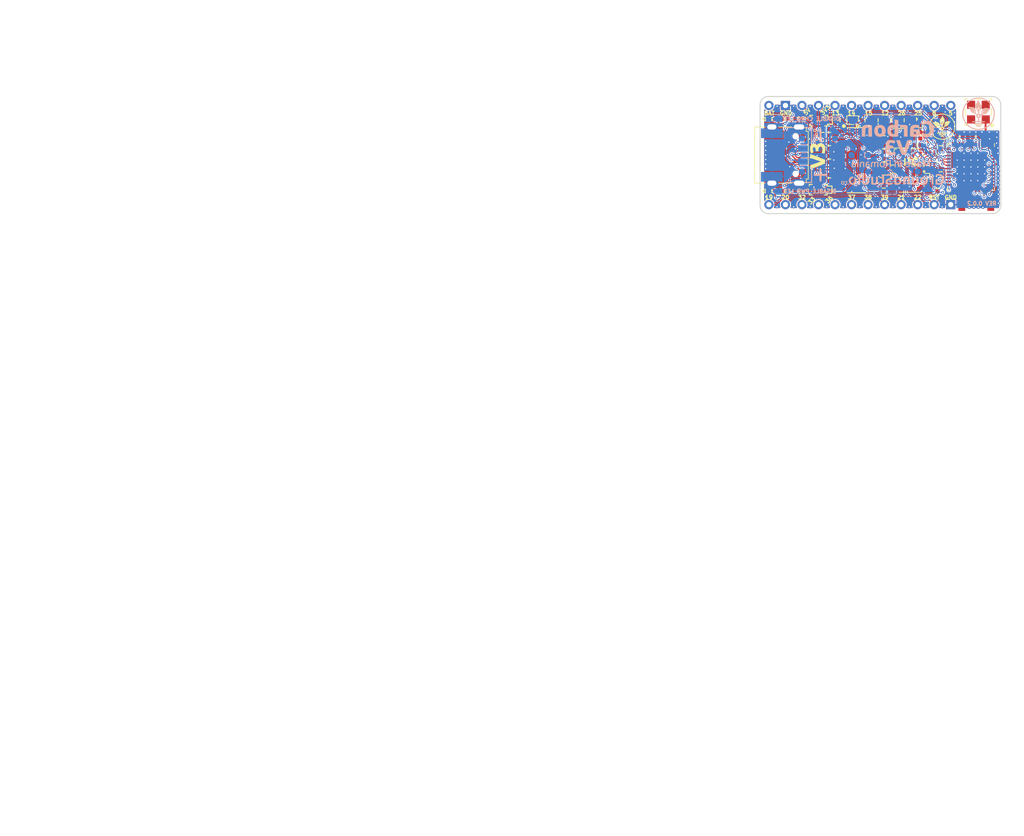
<source format=kicad_pcb>
(kicad_pcb (version 20211014) (generator pcbnew)
  (title_block (title "Carbon V3") (date "2021-12-08") (rev "0.0.3") (company "GroundStudio.ro") (comment 1 "Layout: Victor") (comment 2 "PCB thickness: 1.6mm") (comment 3 "PCB Prepreg type: 7628"))
  (layers (0 "F.Cu" signal "TOP") (1 "In1.Cu" power "GND") (2 "In2.Cu" signal "POWER") (31 "B.Cu" signal "BOTTOM") (34 "B.Paste" user) (35 "F.Paste" user) (36 "B.SilkS" user "B.Silkscreen") (37 "F.SilkS" user "F.Silkscreen") (38 "B.Mask" user) (39 "F.Mask" user) (44 "Edge.Cuts" user))
  (net 0 "")
  (net 1 "GND")
  (net 2 "Net-(U1-Pad48)")
  (net 3 "Net-(U1-Pad47)")
  (net 4 "Net-(U1-Pad45)")
  (net 5 "Net-(U1-Pad44)")
  (net 6 "+3V3")
  (net 7 "GPIO25")
  (net 8 "GPIO26")
  (net 9 "GPIO27")
  (net 10 "GPIO15")
  (net 11 "GPIO14")
  (net 12 "GPIO4")
  (net 13 "GPIO33")
  (net 14 "GPIO32")
  (net 15 "GPIO21")
  (net 16 "GPIO22")
  (net 17 "GPIO5")
  (net 18 "GPIO19")
  (net 19 "GPIO8")
  (net 20 "GPIO7")
  (net 21 "GPIO0")
  (net 22 "GPIO2")
  (net 23 "GPIO13")
  (net 24 "GPIO12")
  (net 25 "SENS_VN")
  (net 26 "SENS_CAPN")
  (net 27 "SENS_CAPP")
  (net 28 "SENS_VP")
  (net 29 "Net-(ANT1-Pad2)")
  (net 30 "+BAT")
  (net 31 "Net-(D1-Pad1)")
  (net 32 "Net-(IC1-Pad5)")
  (net 33 "Net-(R1-Pad1)")
  (net 34 "Net-(R2-Pad1)")
  (net 35 "D-")
  (net 36 "D+")
  (net 37 "Net-(USB1-PadB8)")
  (net 38 "Net-(USB1-PadA8)")
  (net 39 "Net-(J4-Pad1)")
  (net 40 "Net-(LED2-Pad1)")
  (net 41 "Net-(LED3-Pad3)")
  (net 42 "RX_ESP32")
  (net 43 "TX_ESP32")
  (net 44 "DTR")
  (net 45 "RTS")
  (net 46 "Net-(LED3-Pad2)")
  (net 47 "~{CHRG}")
  (net 48 "Net-(ANT1-Pad4)")
  (net 49 "Net-(ANT1-Pad3)")
  (net 50 "Net-(ANT1-Pad1)")
  (net 51 "EN")
  (net 52 "GPIO20")
  (net 53 "Net-(U1-Pad25)")
  (net 54 "Net-(U1-Pad26)")
  (net 55 "Net-(U1-Pad28)")
  (net 56 "Net-(U1-Pad29)")
  (net 57 "Net-(U1-Pad30)")
  (net 58 "Net-(U1-Pad31)")
  (net 59 "Net-(U1-Pad35)")
  (net 60 "Net-(U1-Pad36)")
  (net 61 "Net-(J7-Pad2)")
  (net 62 "VBUS")
  (net 63 "VDET_2")
  (net 64 "Net-(C8-Pad2)")
  (net 65 "Net-(U2-Pad15)")
  (net 66 "Net-(U2-Pad12)")
  (net 67 "Net-(U2-Pad11)")
  (net 68 "Net-(U2-Pad10)")
  (net 69 "Net-(U2-Pad9)")
  (net 70 "Net-(U2-Pad8)")
  (net 71 "Net-(U2-Pad7)")
  (net 72 "CH340C_RX")
  (net 73 "CH340C_TX")
  (net 74 "USB")
  (net 75 "VBUS1*2")
  (footprint "GS_Local:C_0402_alt" (layer "F.Cu") (at 162.89782 86.24316 180)
    (fp_text reference "C1")
    (fp_text value "C_0402_1uF_10V")
  )
  (footprint "GS_Local:C_0402_alt" (layer "F.Cu") (at 144.5277 83.679)
    (fp_text reference "C5")
    (fp_text value "C_0402_1uF_10V")
  )
  (footprint "GS_Local:R_0402_alt" (layer "F.Cu") (at 138.04138 83.50504)
    (fp_text reference "R2")
    (fp_text value "R_0402_5.1k")
  )
  (footprint "GS_Local:R_0402_alt" (layer "F.Cu") (at 151.23572 88.06946 90)
    (fp_text reference "R11")
    (fp_text value "R_0402_1k")
  )
  (footprint "GS_Local:R_0402_alt" (layer "F.Cu") (at 151.23572 90.07782 -90)
    (fp_text reference "R12")
    (fp_text value "R_0402_1k")
  )
  (footprint "GS_Local:R_0402_alt" (layer "F.Cu") (at 154.37262 83.67702)
    (fp_text reference "R13")
    (fp_text value "R_0402_442k")
  )
  (footprint "GS_Local:R_0402_alt" (layer "F.Cu") (at 152.36602 83.67702)
    (fp_text reference "R14")
    (fp_text value "R_0402_160k")
  )
  (footprint "GS_Local:TS342A2P-WZ" (layer "F.Cu") (at 165.44798 96.61906)
    (fp_text reference "SW1")
    (fp_text value "TS342A2P-WZ")
  )
  (footprint "GS_Local:TestPoint" (layer "F.Cu") (at 138.66498 86.49208)
    (fp_text reference "TP3")
    (fp_text value "TP_USB_VCC")
  )
  (footprint "GS_Local:TestPoint" (layer "F.Cu") (at 143.74498 86.49208)
    (fp_text reference "TP6")
    (fp_text value "TP_TX")
  )
  (footprint "GS_Local:TestPoint" (layer "F.Cu") (at 148.82498 91.57208)
    (fp_text reference "TP7")
    (fp_text value "TP_RX")
  )
  (footprint "GS_Local:SOD-123" (layer "F.Cu") (at 141.16688 94.35592 180)
    (fp_text reference "D3")
    (fp_text value "SOD-123 B0520LW")
  )
  (footprint "GS_Local:R_0402_alt" (layer "F.Cu") (at 138.04646 94.55912)
    (fp_text reference "R1")
    (fp_text value "R_0402_5.1k")
  )
  (footprint "GS_Local:LED_0402_alt" (layer "F.Cu") (at 134.03834 83.50504)
    (fp_text reference "D1")
    (fp_text value "LED_0402_GREEN")
  )
  (footprint "GS_Local:LED_0402_alt" (layer "F.Cu") (at 134.03834 94.55912)
    (fp_text reference "LED2")
    (fp_text value "LED_0402_RED")
  )
  (footprint "GS_Local:R_0402_alt" (layer "F.Cu") (at 142.84328 92.54236 -90)
    (fp_text reference "R5")
    (fp_text value "R_0402_100k")
  )
  (footprint "GS_Local:R_0402_alt" (layer "F.Cu") (at 136.03986 94.55912)
    (fp_text reference "R9")
    (fp_text value "R_0402_1k")
  )
  (footprint "GS_Local:C_0402_alt" (layer "F.Cu") (at 155.84582 86.00112 -90)
    (fp_text reference "C4")
    (fp_text value "C_0402_10uF_10V")
  )
  (footprint "GS_Local:R_0402_alt" (layer "F.Cu") (at 156.84912 86.00112 -90)
    (fp_text reference "R8")
    (fp_text value "R_0402_2k")
  )
  (footprint "GS_Local:USB_C_C167321" (layer "F.Cu") (at 135.08798 89.03208 -90)
    (fp_text reference "USB1")
    (fp_text value "USB_C 918-418K2023S40001")
  )
  (footprint "GS_Local:C_0402_alt" (layer "F.Cu") (at 151.23572 86.05192 -90)
    (fp_text reference "C7")
    (fp_text value "C_0402_1uF_10V")
  )
  (footprint "GS_Local:C_0402_alt" (layer "F.Cu") (at 159.99714 91.60256 -90)
    (fp_text reference "C3")
    (fp_text value "C_0402_10uF_10V")
  )
  (footprint "GS_Local:R_0402_alt" (layer "F.Cu") (at 151.23572 92.10982 -90)
    (fp_text reference "R16")
    (fp_text value "R_0402_3.3k")
  )
  (footprint "GS_Local:SOT-883" (layer "F.Cu") (at 153.53538 88.66632)
    (fp_text reference "Q2")
    (fp_text value "SOT-883 LP0404N3T5G")
  )
  (footprint "GS_Local:QFN-48-1EP_7x7mm_P0.5mm_EP4.5x4.5mm" (layer "F.Cu") (at 164.6301 90.86342 -90)
    (fp_text reference "U1")
    (fp_text value "QFN-48-7x7mm ESP32-PICO-V3-02")
  )
  (footprint "GS_Local:C_0402_alt" (layer "F.Cu") (at 148.35802 83.679)
    (fp_text reference "C6")
    (fp_text value "C_0402_1uF_10V")
  )
  (footprint "GS_Local:SOT-23-5" (layer "F.Cu") (at 153.52172 86.44562 180)
    (fp_text reference "IC1")
    (fp_text value "SOT-23-5 BRCL4054CME")
  )
  (footprint "GS_Local:SOD-123" (layer "F.Cu") (at 141.238 83.72856 180)
    (fp_text reference "CR1")
    (fp_text value "SOD-123 B0520LW")
  )
  (footprint "GS_Local:SK6805-EC15" (layer "F.Cu") (at 156.3462 83.98436 90)
    (fp_text reference "LED3")
    (fp_text value "SK6805-EC15 DY-S1515065")
  )
  (footprint "GS_Local:TestPoint" (layer "F.Cu") (at 138.66498 91.57208)
    (fp_text reference "TP5")
    (fp_text value "TP_ONL")
  )
  (footprint "GS_Local:FBP1-1-4" (layer "F.Cu") (at 146.44702 83.66664 180)
    (fp_text reference "REG1")
    (fp_text value "FBP1-1-4_ME6211C33U4AG-N")
  )
  (footprint "GS_Local:SOT-363" (layer "F.Cu") (at 158.37312 89.59522)
    (fp_text reference "Q1")
    (fp_text value "SOT-363 MUN5214DW1T1G")
  )
  (footprint "GS_Local:SOT-723" (layer "F.Cu") (at 156.27734 88.74252)
    (fp_text reference "T1")
    (fp_text value "SOT-723_DTA143ZMT2L")
  )
  (footprint "GS_Local:SH__1x04_P1.00mm_Vertical" (layer "F.Cu") (at 155.32234 93.66758)
    (fp_text reference "X2")
    (fp_text value "SH__1x04_Vertical C145961")
  )
  (footprint "GS_Local:R_0402_alt" (layer "F.Cu") (at 152.53112 90.57312 90)
    (fp_text reference "R6")
    (fp_text value "R_0402_3.3k")
  )
  (footprint "GS_Local:R_0402_alt" (layer "F.Cu") (at 136.03986 83.51012 180)
    (fp_text reference "R10")
    (fp_text value "R_0402_1k")
  )
  (footprint "GS_Local:R_0402_alt" (layer "F.Cu") (at 151.22528 94.1197 90)
    (fp_text reference "R17")
    (fp_text value "R_0402_3.3k")
  )
  (footprint "GS_Local:R_0402_alt" (layer "F.Cu") (at 156.34846 87.503 180)
    (fp_text reference "R15")
    (fp_text value "R_0402_10k")
  )
  (footprint "GS_Local:C_0402_alt" (layer "F.Cu") (at 165.38324 86.23808 180)
    (fp_text reference "C2")
    (fp_text value "C_0402_100nF_16V")
  )
  (footprint "GS_Local:2065130001" (layer "F.Cu") (at 165.77818 82.42808 180)
    (fp_text reference "ANT1")
    (fp_text value "2065130001")
  )
  (footprint "GS_Local:C_0402_alt" (layer "F.Cu") (at 142.84074 89.65184 90)
    (fp_text reference "C8")
    (fp_text value "C_0402_10nF_50V")
  )
  (footprint "GS_Local:C_0402_alt" (layer "F.Cu") (at 150.36422 83.67776)
    (fp_text reference "C9")
    (fp_text value "C_0402_100nF_16V")
  )
  (footprint "GS_Local:C_0402_alt" (layer "F.Cu") (at 159.51076 94.12732 90)
    (fp_text reference "C11")
    (fp_text value "C_0402_1uF_10V")
  )
  (footprint "GS_Local:TestPoint" (layer "F.Cu") (at 148.82498 89.03208)
    (fp_text reference "TP1")
    (fp_text value "TP_RTS")
  )
  (footprint "GS_Local:TestPoint" (layer "F.Cu") (at 146.28498 89.03208)
    (fp_text reference "TP8")
    (fp_text value "TP_DTR")
  )
  (footprint "GS_Local:R_0402_alt" (layer "F.Cu") (at 142.84074 87.58428 -90)
    (fp_text reference "R19")
    (fp_text value "R_0402_2k")
  )
  (footprint "GS_Local:SOP-16_150MIL" (layer "F.Cu") (at 147.03428 89.8017 -90)
    (fp_text reference "U2")
    (fp_text value "SOP-16_150MIL CH340C")
  )
  (footprint "GS_Local:R_0402_alt" (layer "F.Cu") (at 141.82474 85.5472 -90)
    (fp_text reference "R18")
    (fp_text value "R_0402_820k")
  )
  (footprint "GS_Local:R_0402_alt" (layer "F.Cu") (at 142.84074 85.54466 90)
    (fp_text reference "R7")
    (fp_text value "R_0402_3.3k")
  )
  (footprint "GS_Local:TestPoint" (layer "F.Cu") (at 156.44498 91.57208)
    (fp_text reference "TP2")
    (fp_text value "IO0")
  )
  (footprint "GS_Branding:GS_V3_4.2x2.5" (layer "F.Cu") (at 141.08306 89.1794 90)
    (fp_text reference "G***")
    (fp_text value "LOGO")
  )
  (footprint "GS_Local:C_0402_alt" (layer "F.Cu") (at 159.99082 87.59698 90)
    (fp_text reference "C10")
    (fp_text value "C_0402_100nF_16V")
  )
  (footprint "GS_Branding:GS_Logo2_4x4" (layer "F.Cu") (at 160.21688 84.6709)
    (fp_text reference "G***")
    (fp_text value "LOGO")
  )
  (footprint "GS_Local:SolderJumper_NC" (layer "B.Cu") (at 134.26694 94.61754 180)
    (fp_text reference "J4")
    (fp_text value "PWR LED DISABLE")
  )
  (footprint "GS_Local:PH__1x02_P2.00mm_Horizontal" (layer "B.Cu") (at 139.79398 89.03208 90)
    (fp_text reference "X1")
    (fp_text value "PH__1x02_P2.00mm_Horizontal C47647")
  )
  (footprint "GS_Local:SolderJumper_NC" (layer "B.Cu") (at 134.26694 83.44662 180)
    (fp_text reference "J7")
    (fp_text value "disable CHARGING LED")
  )
  (footprint "GS_Branding:Carbon_11.3x2.9mm" (layer "B.Cu") (at 153.39444 84.90966 180)
    (fp_text reference "G***")
    (fp_text value "LOGO")
  )
  (footprint "GS_Local:PinHeader_1x12_P2.54mm_Vertical_Male" (layer "B.Cu") (at 133.58498 96.65208 -90)
    (fp_text reference "J2")
    (fp_text value "PinHeader_1x12_P2.54_V_M A2541WV-12P")
  )
  (footprint "GS_Local:PinHeader_1x12_P2.54mm_Vertical_Male" (layer "B.Cu") (at 133.58498 81.41208 -90)
    (fp_text reference "J1")
    (fp_text value "PinHeader_1x12_P2.54_V_M A2541WV-12P")
  )
  (footprint "GS_Branding:GS_.ro_1.2x0.6" (layer "B.Cu") (at 145.29562 93.30944 180)
    (fp_text reference "G***")
    (fp_text value "LOGO")
  )
  (footprint "GS_Branding:Made in Romania 12.1x1.3mm" (layer "B.Cu") (at 152.32256 90.31732 180)
    (fp_text reference "G***")
    (fp_text value "LOGO")
  )
  (footprint "GS_Branding:GS_GroundStudio_14.6x1.8" (layer "B.Cu") (at 153.18232 92.68714 180)
    (fp_text reference "G***")
    (fp_text value "LOGO")
  )
  (footprint "GS_Branding:GS_Logo2_5x5" (layer "B.Cu") (at 165.79472 82.68462 180)
    (fp_text reference "G***")
    (fp_text value "LOGO")
  )
  (footprint "GS_Branding:GS_V3_4.2x2.5" (layer "B.Cu") (at 153.43508 87.8967 180)
    (fp_text reference "G***")
    (fp_text value "LOGO")
  )
  (gr_line (start 132.22478 96.76208) (end 132.22478 81.30208) (layer "Edge.Cuts") (width 0.1524))
  (gr_line (start 169.21226 81.3013) (end 169.21226 96.7613) (layer "Edge.Cuts") (width 0.1524))
  (gr_arc (start 167.94226 80.0313) (mid 168.840286 80.403274) (end 169.21226 81.3013) (layer "Edge.Cuts") (width 0.1524))
  (gr_line (start 167.94226 98.0313) (end 133.49478 98.03208) (layer "Edge.Cuts") (width 0.1524))
  (gr_arc (start 132.22478 81.30208) (mid 132.596754 80.404054) (end 133.49478 80.03208) (layer "Edge.Cuts") (width 0.1524))
  (gr_arc (start 133.49478 98.03208) (mid 132.596754 97.660106) (end 132.22478 96.76208) (layer "Edge.Cuts") (width 0.1524))
  (gr_line (start 133.49478 80.03208) (end 167.94226 80.0313) (layer "Edge.Cuts") (width 0.1524))
  (gr_arc (start 169.21226 96.7613) (mid 168.840286 97.659326) (end 167.94226 98.0313) (layer "Edge.Cuts") (width 0.1524))
  (gr_text "LiPo" (at 140.72498 85.93208 -90) (layer "B.SilkS") (effects (font (size 0.6096 0.6096) (thickness 0.1524)) (justify mirror)))
  (gr_text "DISABLE CHRG LED" (at 140.12418 83.46186) (layer "B.SilkS") (effects (font (size 0.6096 0.6096) (thickness 0.1524)) (justify mirror)))
  (gr_text "DISABLE PWR LED" (at 139.85748 94.61246) (layer "B.SilkS") (effects (font (size 0.6096 0.6096) (thickness 0.1524)) (justify mirror)))
  (gr_text "REV 0.0.2" (at 166.29498 96.48208) (layer "B.SilkS") (effects (font (size 0.6096 0.6096) (thickness 0.1524)) (justify mirror)))
  (gr_text "RST" (at 158.98498 95.53956) (layer "F.SilkS") (effects (font (size 0.6096 0.6096) (thickness 0.1524))))
  (gr_text "33" (at 140.16104 96.06026 45) (layer "F.SilkS") (effects (font (size 0.6096 0.6096) (thickness 0.1524))))
  (gr_text "32" (at 138.66498 95.53194) (layer "F.SilkS") (effects (font (size 0.6096 0.6096) (thickness 0.1524))))
  (gr_text "21" (at 153.90498 95.53194) (layer "F.SilkS") (effects (font (size 0.6096 0.6096) (thickness 0.1524))))
  (gr_text "22" (at 156.44498 95.53194) (layer "F.SilkS") (effects (font (size 0.6096 0.6096) (thickness 0.1524))))
  (gr_text "5" (at 161.50974 82.60842) (layer "F.SilkS") (effects (font (size 0.6096 0.6096) (thickness 0.1524))))
  (gr_text "8" (at 158.96974 82.60842) (layer "F.SilkS") (effects (font (size 0.6096 0.6096) (thickness 0.1524))))
  (gr_text "19" (at 133.58498 95.53194) (layer "F.SilkS") (effects (font (size 0.6096 0.6096) (thickness 0.1524))))
  (gr_text "15" (at 148.90118 82.60842) (layer "F.SilkS") (effects (font (size 0.6096 0.6096) (thickness 0.1524))))
  (gr_text "GND" (at 136.20118 82.60842) (layer "F.SilkS") (effects (font (size 0.6096 0.6096) (thickness 0.1524))))
  (gr_text "13" (at 143.82118 82.60842) (layer "F.SilkS") (effects (font (size 0.6096 0.6096) (thickness 0.1524))))
  (gr_text "5V" (at 139.45238 82.34934 45) (layer "F.SilkS") (effects (font (size 0.6096 0.6096) (thickness 0.1524))))
  (gr_text "12" (at 151.44118 82.60842) (layer "F.SilkS") (effects (font (size 0.6096 0.6096) (thickness 0.1524))))
  (gr_text "BAT" (at 133.66118 82.60842) (layer "F.SilkS") (effects (font (size 0.6096 0.6096) (thickness 0.1524))))
  (gr_text "26" (at 153.98118 82.60842) (layer "F.SilkS") (effects (font (size 0.6096 0.6096) (thickness 0.1524))))
  (gr_text "25" (at 156.52118 82.60842) (layer "F.SilkS") (effects (font (size 0.6096 0.6096) (thickness 0.1524))))
  (gr_text "14" (at 146.28498 82.60842) (layer "F.SilkS") (effects (font (size 0.6096 0.6096) (thickness 0.1524))))
  (gr_text "3V3" (at 142.25654 82.1182 45) (layer "F.SilkS") (effects (font (size 0.6096 0.6096) (thickness 0.1524))))
  (gr_text "GND" (at 161.52498 95.53956) (layer "F.SilkS") (effects (font (size 0.6096 0.6096) (thickness 0.1524))))
  (gr_text "39" (at 151.36498 95.53194) (layer "F.SilkS") (effects (font (size 0.6096 0.6096) (thickness 0.1524))))
  (gr_text "38" (at 148.82498 95.53194) (layer "F.SilkS") (effects (font (size 0.6096 0.6096) (thickness 0.1524))))
  (gr_text "37" (at 146.28498 95.53194) (layer "F.SilkS") (effects (font (size 0.6096 0.6096) (thickness 0.1524))))
  (gr_text "36" (at 142.84328 95.89008 45) (layer "F.SilkS") (effects (font (size 0.6096 0.6096) (thickness 0.1524))))
  (gr_text "20" (at 136.12498 95.53194) (layer "F.SilkS") (effects (font (size 0.6096 0.6096) (thickness 0.1524))))
  (gr_text "2" (at 155.12164 89.928699) (layer "F.SilkS") (effects (font (size 0.6096 0.6096) (thickness 0.1524))))
  (gr_text "I C" (at 155.35532 90.13698) (layer "F.SilkS") (effects (font (size 1 1) (thickness 0.25))))
  (segment (start 152.53112 91.026337) (end 153.411378 90.146079) (width 0.2) (layer "F.Cu") (net 1))
  (segment (start 159.51076 93.64232) (end 158.5094 93.64232) (width 0.2) (layer "F.Cu") (net 1))
  (segment (start 153.411378 90.146079) (end 153.99517 90.146079) (width 0.2) (layer "F.Cu") (net 1))
  (segment (start 154.66222 86.48612) (end 154.62172 86.44562) (width 0.2) (layer "F.Cu") (net 1))
  (segment (start 155.84582 86.48612) (end 154.66222 86.48612) (width 0.2) (layer "F.Cu") (net 1))
  (segment (start 158.5094 93.64232) (end 158.09948 94.05224) (width 0.2) (layer "F.Cu") (net 1))
  (segment (start 152.53112 91.05812) (end 152.53112 91.026337) (width 0.2) (layer "F.Cu") (net 1))
  (segment (start 153.99517 90.146079) (end 154.220169 89.92108) (width 0.2) (layer "F.Cu") (net 1))
  (via (at 167.44064 85.50656) (size 0.45) (drill 0.2) (layers "F.Cu" "B.Cu") (net 1))
  (via (at 168.84272 90.84564) (size 0.45) (drill 0.2) (layers "F.Cu" "B.Cu") (net 1))
  (via (at 134.83466 96.98514) (size 0.45) (drill 0.2) (layers "F.Cu" "B.Cu") (net 1))
  (via (at 137.37466 96.98514) (size 0.45) (drill 0.2) (layers "F.Cu" "B.Cu") (net 1))
  (via (at 139.91466 96.98514) (size 0.45) (drill 0.2) (layers "F.Cu" "B.Cu") (net 1))
  (via (at 142.45466 96.98514) (size 0.45) (drill 0.2) (layers "F.Cu" "B.Cu") (net 1))
  (via (at 144.99466 96.98514) (size 0.45) (drill 0.2) (layers "F.Cu" "B.Cu") (net 1))
  (via (at 147.53466 96.98514) (size 0.45) (drill 0.2) (layers "F.Cu" "B.Cu") (net 1))
  (via (at 150.07466 96.98514) (size 0.45) (drill 0.2) (layers "F.Cu" "B.Cu") (net 1))
  (via (at 152.61466 96.98514) (size 0.45) (drill 0.2) (layers "F.Cu" "B.Cu") (net 1))
  (via (at 155.15466 96.98514) (size 0.45) (drill 0.2) (layers "F.Cu" "B.Cu") (net 1))
  (via (at 160.20926 97.00006) (size 0.45) (drill 0.2) (layers "F.Cu" "B.Cu") (net 1))
  (via (at 133.10498 95.49208) (size 0.45) (drill 0.2) (layers "F.Cu" "B.Cu") (net 1))
  (via (at 133.09498 82.46208) (size 0.45) (drill 0.2) (layers "F.Cu" "B.Cu") (net 1))
  (via (at 134.84498 81.52208) (size 0.45) (drill 0.2) (layers "F.Cu" "B.Cu") (net 1))
  (via (at 137.38498 81.52208) (size 0.45) (drill 0.2) (layers "F.Cu" "B.Cu") (net 1))
  (via (at 139.92498 81.52208) (size 0.45) (drill 0.2) (layers "F.Cu" "B.Cu") (net 1))
  (via (at 142.46498 81.52208) (size 0.45) (drill 0.2) (layers "F.Cu" "B.Cu") (net 1))
  (via (at 145.00498 81.52208) (size 0.45) (drill 0.2) (layers "F.Cu" "B.Cu") (net 1))
  (via (at 147.54498 81.52208) (size 0.45) (drill 0.2) (layers "F.Cu" "B.Cu") (net 1))
  (via (at 150.08498 81.52208) (size 0.45) (drill 0.2) (layers "F.Cu" "B.Cu") (net 1))
  (via (at 152.62498 81.52208) (size 0.45) (drill 0.2) (layers "F.Cu" "B.Cu") (net 1))
  (via (at 155.16498 81.52208) (size 0.45) (drill 0.2) (layers "F.Cu" "B.Cu") (net 1))
  (via (at 157.70498 81.52208) (size 0.45) (drill 0.2) (layers "F.Cu" "B.Cu") (net 1))
  (via (at 160.24498 81.52208) (size 0.45) (drill 0.2) (layers "F.Cu" "B.Cu") (net 1))
  (via (at 167.49144 86.54796) (size 0.45) (drill 0.2) (layers "F.Cu" "B.Cu") (net 1))
  (via (at 162.0914 82.52356) (size 0.45) (drill 0.2) (layers "F.Cu" "B.Cu") (net 1))
  (via (at 162.0914 83.22356) (size 0.45) (drill 0.2) (layers "F.Cu" "B.Cu") (net 1))
  (via (at 162.0914 83.92356) (size 0.45) (drill 0.2) (layers "F.Cu" "B.Cu") (net 1))
  (via (at 162.0914 84.62356) (size 0.45) (drill 0.2) (layers "F.Cu" "B.Cu") (net 1))
  (via (at 163.58746 85.50402) (size 0.45) (drill 0.2) (layers "F.Cu" "B.Cu") (net 1))
  (via (at 164.44852 85.50402) (size 0.45) (drill 0.2) (layers "F.Cu" "B.Cu") (net 1))
  (via (at 165.38832 85.50656) (size 0.45) (drill 0.2) (layers "F.Cu" "B.Cu") (net 1))
  (via (at 166.31542 85.50656) (size 0.45) (drill 0.2) (layers "F.Cu" "B.Cu") (net 1))
  (via (at 168.62428 85.52434) (size 0.45) (drill 0.2) (layers "F.Cu" "B.Cu") (net 1))
  (via (at 168.5938 86.30412) (size 0.45) (drill 0.2) (layers "F.Cu" "B.Cu") (net 1))
  (via (at 168.57094 87.20836) (size 0.45) (drill 0.2) (layers "F.Cu" "B.Cu") (net 1))
  (via (at 168.77668 87.93734) (size 0.45) (drill 0.2) (layers "F.Cu" "B.Cu") (net 1))
  (via (at 168.77668 88.75522) (size 0.45) (drill 0.2) (layers "F.Cu" "B.Cu") (net 1))
  (via (at 168.84272 91.54564) (size 0.45) (drill 0.2) (layers "F.Cu" "B.Cu") (net 1))
  (via (at 168.84272 92.24564) (size 0.45) (drill 0.2) (layers "F.Cu" "B.Cu") (net 1))
  (via (at 168.84272 92.94564) (size 0.45) (drill 0.2) (layers "F.Cu" "B.Cu") (net 1))
  (via (at 168.84272 93.64564) (size 0.45) (drill 0.2) (layers "F.Cu" "B.Cu") (net 1))
  (via (at 168.84272 94.34564) (size 0.45) (drill 0.2) (layers "F.Cu" "B.Cu") (net 1))
  (via (at 168.84272 95.04564) (size 0.45) (drill 0.2) (layers "F.Cu" "B.Cu") (net 1))
  (via (at 168.84272 95.74564) (size 0.45) (drill 0.2) (layers "F.Cu" "B.Cu") (net 1))
  (via (at 168.84272 96.44564) (size 0.45) (drill 0.2) (layers "F.Cu" "B.Cu") (net 1))
  (via (at 165.7722 97.08134) (size 0.45) (drill 0.2) (layers "F.Cu" "B.Cu") (net 1))
  (via (at 165.0722 97.08134) (size 0.45) (drill 0.2) (layers "F.Cu" "B.Cu") (net 1))
  (via (at 164.3722 97.08134) (size 0.45) (drill 0.2) (layers "F.Cu" "B.Cu") (net 1))
  (via (at 166.4722 97.081339) (size 0.45) (drill 0.2) (layers "F.Cu" "B.Cu") (net 1))
  (via (at 133.0973 91.1188) (size 0.45) (drill 0.2) (layers "F.Cu" "B.Cu") (net 1))
  (via (at 133.0973 87.6188) (size 0.45) (drill 0.2) (layers "F.Cu" "B.Cu") (net 1))
  (via (at 133.0973 90.4188) (size 0.45) (drill 0.2) (layers "F.Cu" "B.Cu") (net 1))
  (via (at 133.0973 88.3188) (size 0.45) (drill 0.2) (layers "F.Cu" "B.Cu") (net 1))
  (via (at 133.0973 89.0188) (size 0.45) (drill 0.2) (layers "F.Cu" "B.Cu") (net 1))
  (via (at 133.0973 89.7188) (size 0.45) (drill 0.2) (layers "F.Cu" "B.Cu") (net 1))
  (via (at 133.0973 86.9188) (size 0.45) (drill 0.2) (layers "F.Cu" "B.Cu") (net 1))
  (via (at 136.793 90.82024) (size 0.45) (drill 0.2) (layers "F.Cu" "B.Cu") (net 1))
  (via (at 156.7955 92.5449) (size 0.45) (drill 0.2) (layers "F.Cu" "B.Cu") (net 1))
  (via (at 136.65584 87.03818) (size 0.45) (drill 0.2) (layers "F.Cu" "B.Cu") (net 1))
  (via (at 153.59764 94.0689) (size 0.45) (drill 0.2) (layers "F.Cu" "B.Cu") (net 1))
  (via (at 155.15974 93.8784) (size 0.45) (drill 0.2) (layers "F.Cu" "B.Cu") (net 1))
  (via (at 160.65884 82.40522) (size 0.45) (drill 0.2) (layers "F.Cu" "B.Cu") (net 1))
  (via (at 150.36676 84.2391) (size 0.45) (drill 0.2) (layers "F.Cu" "B.Cu") (net 1))
  (via (at 153.82878 86.28126) (size 0.45) (drill 0.2) (layers "F.Cu" "B.Cu") (net 1))
  (via (at 151.85266 86.17458) (size 0.45) (drill 0.2) (layers "F.Cu" "B.Cu") (net 1))
  (via (at 157.06728 94.62008) (size 0.45) (drill 0.2) (layers "F.Cu" "B.Cu") (net 1))
  (via (at 146.60502 82.9691) (size 0.45) (drill 0.2) (layers "F.Cu" "B.Cu") (net 1))
  (via (at 147.44322 83.08848) (size 0.45) (drill 0.2) (layers "F.Cu" "B.Cu") (net 1))
  (via (at 155.21562 84.33054) (size 0.45) (drill 0.2) (layers "F.Cu" "B.Cu") (net 1))
  (via (at 148.99516 84.56422) (size 0.45) (drill 0.2) (layers "F.Cu" "B.Cu") (net 1))
  (via (at 146.46786 85.57768) (size 0.45) (drill 0.2) (layers "F.Cu" "B.Cu") (net 1))
  (via (at 159.31772 92.31884) (size 0.45) (drill 0.2) (layers "F.Cu" "B.Cu") (net 1))
  (via (at 139.8283 86.55558) (size 0.45) (drill 0.2) (layers "F.Cu" "B.Cu") (net 1))
  (via (at 144.15392 84.2645) (size 0.45) (drill 0.2) (layers "F.Cu" "B.Cu") (net 1))
  (via (at 140.49124 93.97238) (size 0.45) (drill 0.2) (layers "F.Cu" "B.Cu") (net 1))
  (via (at 145.33756 93.60662) (size 0.45) (drill 0.2) (layers "F.Cu" "B.Cu") (net 1))
  (via (at 141.00686 89.1286) (size 0.45) (drill 0.2) (layers "F.Cu" "B.Cu") (net 1))
  (via (at 152.44956 92.71508) (size 0.45) (drill 0.2) (layers "F.Cu" "B.Cu") (net 1))
  (via (at 146.32562 94.6531) (size 0.45) (drill 0.2) (layers "F.Cu" "B.Cu") (net 1))
  (via (at 141.90602 83.16976) (size 0.45) (drill 0.2) (layers "F.Cu" "B.Cu") (net 1))
  (via (at 144.43332 85.9536) (size 0.45) (drill 0.2) (layers "F.Cu" "B.Cu") (net 1))
  (via (at 141.64694 91.78036) (size 0.45) (drill 0.2) (layers "F.Cu" "B.Cu") (net 1))
  (via (at 146.98348 88.06688) (size 0.45) (drill 0.2) (layers "F.Cu" "B.Cu") (net 1))
  (via (at 150.50138 92.32646) (size 0.45) (drill 0.2) (layers "F.Cu" "B.Cu") (net 1))
  (via (at 140.24232 91.21902) (size 0.45) (drill 0.2) (layers "F.Cu" "B.Cu") (net 1))
  (via (at 137.64644 88.07196) (size 0.45) (drill 0.2) (layers "F.Cu" "B.Cu") (net 1))
  (via (at 147.59054 84.55152) (size 0.45) (drill 0.2) (layers "F.Cu" "B.Cu") (net 1))
  (via (at 148.63702 85.97646) (size 0.45) (drill 0.2) (layers "F.Cu" "B.Cu") (net 1))
  (via (at 159.17548 83.92922) (size 0.45) (drill 0.2) (layers "F.Cu" "B.Cu") (net 1))
  (via (at 147.7404 88.99398) (size 0.45) (drill 0.2) (layers "F.Cu" "B.Cu") (net 1))
  (via (at 145.97764 90.14714) (size 0.45) (drill 0.2) (layers "F.Cu" "B.Cu") (net 1))
  (via (at 145.31216 91.08948) (size 0.45) (drill 0.2) (layers "F.Cu" "B.Cu") (net 1))
  (via (at 143.56464 88.53932) (size 0.45) (drill 0.2) (layers "F.Cu" "B.Cu") (net 1))
  (via (at 143.54178 89.79662) (size 0.45) (drill 0.2) (layers "F.Cu" "B.Cu") (net 1))
  (via (at 143.62306 91.0717) (size 0.45) (drill 0.2) (layers "F.Cu" "B.Cu") (net 1))
  (via (at 159.05356 85.3059) (size 0.45) (drill 0.2) (layers "F.Cu" "B.Cu") (net 1))
  (via (at 153.59256 84.43214) (size 0.45) (drill 0.2) (layers "F.Cu" "B.Cu") (net 1))
  (via (at 154.220169 89.92108) (size 0.45) (drill 0.2) (layers "F.Cu" "B.Cu") (net 1))
  (via (at 157.64894 96.97212) (size 0.45) (drill 0.2) (layers "F.Cu" "B.Cu") (net 1))
  (via (at 157.42542 87.96274) (size 0.45) (drill 0.2) (layers "F.Cu" "B.Cu") (net 1))
  (segment (start 167.73782 94.82074) (end 167.4889 95.06966) (width 0.2) (layer "F.Cu") (net 6))
  (segment (start 148.25326 92.030208) (end 148.25326 91.383192) (width 0.2) (layer "F.Cu") (net 6))
  (segment (start 141.82728 85.05458) (end 141.20766 85.05458) (width 0.2) (layer "F.Cu") (net 6))
  (segment (start 166.3801 87.8739) (end 166.13378 88.12022) (width 0.2) (layer "F.Cu") (net 6))
  (segment (start 150.509 93.61678) (end 148.74116 93.61678) (width 0.2) (layer "F.Cu") (net 6))
  (segment (start 148.52526 90.672984) (end 148.50727 90.654994) (width 0.2) (layer "F.Cu") (net 6))
  (segment (start 168.63461 89.431) (end 168.63461 90.29683) (width 0.2) (layer "F.Cu") (net 6))
  (segment (start 165.8801 87.86654) (end 165.8801 87.42592) (width 0.2) (layer "F.Cu") (net 6))
  (segment (start 167.3801 87.942) (end 167.13076 88.19134) (width 0.2) (layer "F.Cu") (net 6))
  (segment (start 155.86346 87.503) (end 156.28496 87.9245) (width 0.2) (layer "F.Cu") (net 6))
  (segment (start 148.3119 83.20278) (end 147.87302 83.64166) (width 0.2) (layer "F.Cu") (net 6))
  (segment (start 168.340938 89.11342) (end 168.62936 89.401842) (width 0.2) (layer "F.Cu") (net 6))
  (segment (start 155.79948 92.78654) (end 155.40612 93.1799) (width 0.2) (layer "F.Cu") (net 6))
  (segment locked (start 167.37844 89.11342) (end 167.37838 89.11336) (width 0.2) (layer "F.Cu") (net 6))
  (segment (start 147.459401 82.350281) (end 148.3119 83.20278) (width 0.2) (layer "F.Cu") (net 6))
  (segment (start 134.52334 95.31206) (end 134.7229 95.51162) (width 0.2) (layer "F.Cu") (net 6))
  (segment (start 167.3801 87.42592) (end 167.3801 87.942) (width 0.2) (layer "F.Cu") (net 6))
  (segment (start 154.950399 90.385781) (end 154.672179 90.107561) (width 0.2) (layer "F.Cu") (net 6))
  (segment (start 147.87302 83.679) (end 147.87302 83.54368) (width 0.2) (layer "F.Cu") (net 6))
  (segment (start 166.13378 88.12022) (end 165.8801 87.86654) (width 0.2) (layer "F.Cu") (net 6))
  (segment (start 155.79948 91.52724) (end 155.79948 91.05224) (width 0.2) (layer "F.Cu") (net 6))
  (segment (start 148.50727 89.384994) (end 148.50727 88.948406) (width 0.2) (layer "F.Cu") (net 6))
  (segment (start 148.50727 88.114994) (end 148.50727 87.678406) (width 0.2) (layer "F.Cu") (net 6))
  (segment (start 156.28496 87.9245) (end 156.28496 88.5599) (width 0.2) (layer "F.Cu") (net 6))
  (segment (start 141.20498 81.41208) (end 142.143181 82.350281) (width 0.2) (layer "F.Cu") (net 6))
  (segment (start 161.18846 91.11756) (end 161.1926 91.11342) (width 0.2) (layer "F.Cu") (net 6))
  (segment (start 148.50727 90.654994) (end 148.50727 90.218406) (width 0.2) (layer "F.Cu") (net 6))
  (segment (start 154.672179 89.370908) (end 154.871307 89.17178) (width 0.2) (layer "F.Cu") (net 6))
  (segment (start 150.509 93.447284) (end 150.509 93.776116) (width 0.2) (layer "F.Cu") (net 6))
  (segment (start 148.50727 88.948406) (end 148.52526 88.930416) (width 0.2) (layer "F.Cu") (net 6))
  (segment (start 168.0676 89.11342) (end 168.340938 89.11342) (width 0.2) (layer "F.Cu") (net 6))
  (segment (start 168.0676 93.61342) (end 167.90374 93.61342) (width 0.2) (layer "F.Cu") (net 6))
  (segment (start 151.2202 94.487316) (end 151.2202 94.52342) (width 0.2) (layer "F.Cu") (net 6))
  (segment locked (start 165.90758 86.24062) (end 165.8801 86.2681) (width 0.2) (layer "F.Cu") (net 6))
  (segment (start 148.52526 88.930416) (end 148.52526 88.132984) (width 0.2) (layer "F.Cu") (net 6))
  (segment (start 147.51031 86.31279) (end 147.23748 86.31279) (width 0.2) (layer "F.Cu") (net 6))
  (segment (start 161.301687 85.121032) (end 160.369832 85.121032) (width 0.2) (layer "F.Cu") (net 6))
  (segment (start 155.79948 91.52724) (end 155.79948 92.78654) (width 0.2) (layer "F.Cu") (net 6))
  (segment (start 148.322059 92.099007) (end 148.25326 92.030208) (width 0.2) (layer "F.Cu") (net 6))
  (segment (start 147.53538 84.01664) (end 147.87302 83.679) (width 0.2) (layer "F.Cu") (net 6))
  (segment locked (start 168.0676 89.11342) (end 167.37844 89.11342) (width 0.2) (layer "F.Cu") (net 6))
  (segment (start 168.62936 89.401842) (end 168.62936 89.42575) (width 0.2) (layer "F.Cu") (net 6))
  (segment (start 148.52526 90.200416) (end 148.52526 89.402984) (width 0.2) (layer "F.Cu") (net 6))
  (segment (start 148.25326 91.383192) (end 148.52526 91.111193) (width 0.2) (layer "F.Cu") (net 6))
  (segment (start 148.50727 87.678406) (end 148.52526 87.660416) (width 0.2) (layer "F.Cu") (net 6))
  (segment (start 148.322059 93.197679) (end 148.322059 92.099007) (width 0.2) (layer "F.Cu") (net 6))
  (segment (start 159.99714 91.11756) (end 161.18846 91.11756) (width 0.2) (layer "F.Cu") (net 6))
  (segment (start 151.22302 92.50592) (end 151.22302 92.733264) (width 0.2) (layer "F.Cu") (net 6))
  (segment (start 147.90042 83.7064) (end 147.87302 83.679) (width 0.2) (layer "F.Cu") (net 6))
  (segment (start 148.74116 93.61678) (end 148.322059 93.197679) (width 0.2) (layer "F.Cu") (net 6))
  (segment locked (start 165.8801 86.2681) (end 165.8801 87.42592) (width 0.2) (layer "F.Cu") (net 6))
  (segment (start 142.143181 82.350281) (end 147.459401 82.350281) (width 0.2) (layer "F.Cu") (net 6))
  (segment (start 155.133021 90.385781) (end 154.950399 90.385781) (width 0.2) (layer "F.Cu") (net 6))
  (segment (start 159.99714 90.930217) (end 159.5387 90.471777) (width 0.2) (layer "F.Cu") (net 6))
  (segment (start 148.52526 87.660416) (end 148.52526 87.32774) (width 0.2) (layer "F.Cu") (net 6))
  (segment (start 148.52526 87.32774) (end 147.51031 86.31279) (width 0.2) (layer "F.Cu") (net 6))
  (segment (start 147.87302 83.64166) (end 147.87302 83.679) (width 0.2) (layer "F.Cu") (net 6))
  (segment (start 168.63461 90.29683) (end 168.31802 90.61342) (width 0.2) (layer "F.Cu") (net 6))
  (segment (start 148.50727 90.218406) (end 148.52526 90.200416) (width 0.2) (layer "F.Cu") (net 6))
  (segment (start 150.509 93.776116) (end 151.2202 94.487316) (width 0.2) (layer "F.Cu") (net 6))
  (segment (start 151.22302 92.733264) (end 150.509 93.447284) (width 0.2) (layer "F.Cu") (net 6))
  (segment (start 148.52526 88.132984) (end 148.50727 88.114994) (width 0.2) (layer "F.Cu") (net 6))
  (segment (start 168.31802 90.61342) (end 168.0676 90.61342) (width 0.2) (layer "F.Cu") (net 6))
  (segment (start 160.369832 85.121032) (end 159.85112 84.60232) (width 0.2) (layer "F.Cu") (net 6))
  (segment (start 134.52334 94.55912) (end 134.52334 95.31206) (width 0.2) (layer "F.Cu") (net 6))
  (segment (start 154.672179 90.107561) (end 154.672179 89.370908) (width 0.2) (layer "F.Cu") (net 6))
  (segment (start 148.52526 89.402984) (end 148.50727 89.384994) (width 0.2) (layer "F.Cu") (net 6))
  (segment (start 167.73782 93.77934) (end 167.73782 94.82074) (width 0.2) (layer "F.Cu") (net 6))
  (segment (start 147.87302 83.679) (end 147.87302 83.66452) (width 0.2) (layer "F.Cu") (net 6))
  (segment (start 168.62936 89.42575) (end 168.63461 89.431) (width 0.2) (layer "F.Cu") (net 6))
  (segment (start 159.99714 91.11756) (end 159.99714 90.930217) (width 0.2) (layer "F.Cu") (net 6))
  (segment (start 167.90374 93.61342) (end 167.73782 93.77934) (width 0.2) (layer "F.Cu") (net 6))
  (segment (start 148.52526 91.111193) (end 148.52526 90.672984) (width 0.2) (layer "F.Cu") (net 6))
  (segment (start 156.28496 88.5599) (end 155.70234 89.14252) (width 0.2) (layer "F.Cu") (net 6))
  (segment (start 155.79948 91.05224) (end 155.133021 90.385781) (width 0.2) (layer "F.Cu") (net 6))
  (segment (start 166.3801 87.42592) (end 166.3801 87.8739) (width 0.2) (layer "F.Cu") (net 6))
  (segment (start 146.79702 84.01664) (end 147.53538 84.01664) (width 0.2) (layer "F.Cu") (net 6))
  (via locked (at 166.13378 88.12022) (size 0.45) (drill 0.2) (layers "F.Cu" "B.Cu") (net 6))
  (via locked (at 167.50414 89.10066) (size 0.45) (drill 0.2) (layers "F.Cu" "B.Cu") (net 6))
  (via locked (at 156.28496 88.37422) (size 0.45) (drill 0.2) (layers "F.Cu" "B.Cu") (net 6))
  (via locked (at 150.509 93.61678) (size 0.45) (drill 0.2) (layers "F.Cu" "B.Cu") (net 6))
  (via locked (at 148.30174 83.19262) (size 0.45) (drill 0.2) (layers "F.Cu" "B.Cu") (net 6))
  (via locked (at 167.4889 95.06966) (size 0.45) (drill 0.2) (layers "F.Cu" "B.Cu") (net 6))
  (via (at 154.871307 89.17178) (size 0.45) (drill 0.2) (layers "F.Cu" "B.Cu") (net 6))
  (via (at 161.301687 85.121032) (size 0.45) (drill 0.2) (layers "F.Cu" "B.Cu") (net 6))
  (via (at 148.322059 93.197679) (size 0.45) (drill 0.2) (layers "F.Cu" "B.Cu") (net 6))
  (via locked (at 159.5387 90.471777) (size 0.45) (drill 0.2) (layers "F.Cu" "B.Cu") (net 6))
  (via (at 155.40612 93.1799) (size 0.45) (drill 0.2) (layers "F.Cu" "B.Cu") (net 6))
  (via (at 167.13076 88.19134) (size 0.45) (drill 0.2) (layers "F.Cu" "B.Cu") (net 6))
  (via (at 141.20498 85.0519) (size 0.45) (drill 0.2) (layers "F.Cu" "B.Cu") (net 6))
  (via (at 159.85112 84.60232) (size 0.45) (drill 0.2) (layers "F.Cu" "B.Cu") (net 6))
  (via (at 147.23748 86.31279) (size 0.45) (drill 0.2) (layers "F.Cu" "B.Cu") (net 6))
  (via (at 134.7229 95.51162) (size 0.45) (drill 0.2) (layers "F.Cu" "B.Cu") (net 6))
  (segment (start 159.192562 84.60232) (end 159.85112 84.60232) (width 0.2) (layer "B.Cu") (net 6))
  (segment (start 161.375672 85.121032) (end 161.301687 85.121032) (width 0.2) (layer "B.Cu") (net 6))
  (segment (start 147.012481 84.481879) (end 148.817241 82.677119) (width 0.2) (layer "B.Cu") (net 6))
  (segment (start 166.13378 88.16718) (end 166.15794 88.19134) (width 0.2) (layer "B.Cu") (net 6))
  (segment (start 167.21458 88.19134) (end 167.50414 88.4809) (width 0.2) (layer "B.Cu") (net 6))
  (segment (start 166.13378 88.12022) (end 166.13378 88.16718) (width 0.2) (layer "B.Cu") (net 6))
  (segment (start 136.53297 95.459868) (end 134.774652 95.459868) (width 0.2) (layer "B.Cu") (net 6))
  (segment (start 146.6736 92.95638) (end 144.850842 94.779138) (width 0.2) (layer "B.Cu") (net 6))
  (segment (start 156.28496 88.37422) (end 157.428079 89.517339) (width 0.2) (layer "B.Cu") (net 6))
  (segment (start 148.322059 93.197679) (end 148.08076 92.95638) (width 0.2) (layer "B.Cu") (net 6))
  (segment (start 150.509 93.61678) (end 151.89838 93.61678) (width 0.2) (layer "B.Cu") (net 6))
  (segment (start 144.850842 94.779138) (end 137.2137 94.779138) (width 0.2) (layer "B.Cu") (net 6))
  (segment (start 148.817241 82.677119) (end 157.267361 82.677119) (width 0.2) (layer "B.Cu") (net 6))
  (segment (start 152.33526 93.1799) (end 155.40612 93.1799) (width 0.2) (layer "B.Cu") (net 6))
  (segment (start 134.774652 95.459868) (end 134.7229 95.51162) (width 0.2) (layer "B.Cu") (net 6))
  (segment (start 147.012481 86.087791) (end 147.012481 84.481879) (width 0.2) (layer "B.Cu") (net 6))
  (segment (start 165.8801 86.606998) (end 165.610242 86.33714) (width 0.2) (layer "B.Cu") (net 6))
  (segment (start 168.30678 94.25178) (end 167.4889 95.06966) (width 0.2) (layer "B.Cu") (net 6))
  (segment (start 151.89838 93.61678) (end 152.33526 93.1799) (width 0.2) (layer "B.Cu") (net 6))
  (segment (start 162.59178 86.33714) (end 161.375672 85.121032) (width 0.2) (layer "B.Cu") (net 6))
  (segment (start 157.428079 89.962781) (end 157.663119 90.197821) (width 0.2) (layer "B.Cu") (net 6))
  (segment (start 165.8801 87.86654) (end 165.8801 86.606998) (width 0.2) (layer "B.Cu") (net 6))
  (segment (start 137.2137 94.779138) (end 136.53297 95.459868) (width 0.2) (layer "B.Cu") (net 6))
  (segment (start 157.267361 82.677119) (end 159.192562 84.60232) (width 0.2) (layer "B.Cu") (net 6))
  (segment (start 141.20498 85.0519) (end 141.20498 81.41208) (width 0.2) (layer "B.Cu") (net 6))
  (segment (start 157.663119 90.197821) (end 159.264744 90.197821) (width 0.2) (layer "B.Cu") (net 6))
  (segment (start 167.50414 89.23912) (end 168.30678 90.04176) (width 0.2) (layer "B.Cu") (net 6))
  (segment (start 166.13378 88.12022) (end 165.8801 87.86654) (width 0.2) (layer "B.Cu") (net 6))
  (segment (start 148.08076 92.95638) (end 146.6736 92.95638) (width 0.2) (layer "B.Cu") (net 6))
  (segment (start 167.50414 88.4809) (end 167.50414 89.23912) (width 0.2) (layer "B.Cu") (net 6))
  (segment (start 165.610242 86.33714) (end 162.59178 86.33714) (width 0.2) (layer "B.Cu") (net 6))
  (segment (start 168.30678 90.04176) (end 168.30678 94.25178) (width 0.2) (layer "B.Cu") (net 6))
  (segment (start 157.428079 89.517339) (end 157.428079 89.962781) (width 0.2) (layer "B.Cu") (net 6))
  (segment (start 166.15794 88.19134) (end 167.21458 88.19134) (width 0.2) (layer "B.Cu") (net 6))
  (segment (start 147.23748 86.31279) (end 147.012481 86.087791) (width 0.2) (layer "B.Cu") (net 6))
  (segment (start 159.264744 90.197821) (end 159.5387 90.471777) (width 0.2) (layer "B.Cu") (net 6))
  (segment (start 160.64868 86.28634) (end 160.64868 88.267312) (width 0.127) (layer "F.Cu") (net 7))
  (segment (start 160.994788 88.61342) (end 161.1926 88.61342) (width 0.127) (layer "F.Cu") (net 7))
  (segment (start 159.91716 85.4456) (end 159.85112 85.48878) (width 0.127) (layer "F.Cu") (net 7))
  (segment (start 159.91716 85.4456) (end 158.34744 83.87588) (width 0.127) (layer "F.Cu") (net 7))
  (segment (start 159.85112 85.48878) (end 160.64868 86.28634) (width 0.127) (layer "F.Cu") (net 7))
  (segment (start 160.64868 88.267312) (end 160.994788 88.61342) (width 0.127) (layer "F.Cu") (net 7))
  (segment (start 158.34744 83.31454) (end 156.44498 81.41208) (width 0.127) (layer "F.Cu") (net 7))
  (segment (start 158.34744 83.87588) (end 158.34744 83.31454) (width 0.127) (layer "F.Cu") (net 7))
  (via (at 159.91716 85.4456) (size 0.45) (drill 0.2) (layers "F.Cu" "B.Cu") (net 7))
  (segment (start 160.59788 89.23274) (end 160.55972 89.11342) (width 0.127) (layer "F.Cu") (net 8))
  (segment (start 158.083269 84.527302) (end 158.127122 84.571155) (width 0.127) (layer "F.Cu") (net 8))
  (segment (start 160.55972 89.11342) (end 161.1926 89.11342) (width 0.127) (layer "F.Cu") (net 8))
  (segment (start 158.128989 86.285967) (end 158.857628 87.014606) (width 0.127) (layer "F.Cu") (net 8))
  (segment (start 155.355558 82.658488) (end 155.48583 82.78876) (width 0.127) (layer "F.Cu") (net 8))
  (segment (start 157.3162 82.78876) (end 158.083269 83.555829) (width 0.127) (layer "F.Cu") (net 8))
  (segment (start 155.151388 82.658488) (end 155.355558 82.658488) (width 0.127) (layer "F.Cu") (net 8))
  (segment (start 158.128989 85.642471) (end 158.128989 86.285967) (width 0.127) (layer "F.Cu") (net 8))
  (segment (start 158.083269 83.555829) (end 158.083269 84.527302) (width 0.127) (layer "F.Cu") (net 8))
  (segment (start 158.127122 85.180465) (end 158.093429 85.214158) (width 0.127) (layer "F.Cu") (net 8))
  (segment (start 158.127122 84.571155) (end 158.127122 85.180465) (width 0.127) (layer "F.Cu") (net 8))
  (segment (start 153.90498 81.41208) (end 155.151388 82.658488) (width 0.127) (layer "F.Cu") (net 8))
  (segment (start 158.093429 85.606911) (end 158.128989 85.642471) (width 0.127) (layer "F.Cu") (net 8))
  (segment (start 158.093429 85.214158) (end 158.093429 85.606911) (width 0.127) (layer "F.Cu") (net 8))
  (segment (start 155.48583 82.78876) (end 157.3162 82.78876) (width 0.127) (layer "F.Cu") (net 8))
  (via (at 158.857628 87.014606) (size 0.45) (drill 0.2) (layers "F.Cu" "B.Cu") (net 8))
  (via (at 160.59788 89.23274) (size 0.45) (drill 0.2) (layers "F.Cu" "B.Cu") (net 8))
  (segment (start 160.209463 89.23528) (end 160.081543 89.10736) (width 0.127) (layer "B.Cu") (net 8))
  (segment (start 159.277069 87.620544) (end 159.277069 87.434047) (width 0.127) (layer "B.Cu") (net 8))
  (segment (start 160.59788 89.23274) (end 160.209463 89.23528) (width 0.127) (layer "B.Cu") (net 8))
  (segment (start 159.84258 89.10736) (end 159.3736 88.63838) (width 0.127) (layer "B.Cu") (net 8))
  (segment (start 159.3736 87.717075) (end 159.277069 87.620544) (width 0.127) (layer "B.Cu") (net 8))
  (segment (start 159.277069 87.434047) (end 158.857628 87.014606) (width 0.127) (layer "B.Cu") (net 8))
  (segment (start 159.3736 88.63838) (end 159.3736 87.717075) (width 0.127) (layer "B.Cu") (net 8))
  (segment (start 160.081543 89.10736) (end 159.84258 89.10736) (width 0.127) (layer "B.Cu") (net 8))
  (segment (start 159.491677 89.330299) (end 159.079885 89.742091) (width 0.127) (layer "F.Cu") (net 9))
  (segment (start 141.35992 87.3887) (end 141.14656 87.17534) (width 0.127) (layer "F.Cu") (net 9))
  (segment (start 161.155238 89.650782) (end 160.253658 89.650782) (width 0.127) (layer "F.Cu") (net 9))
  (segment (start 161.1926 89.61342) (end 161.155238 89.650782) (width 0.127) (layer "F.Cu") (net 9))
  (segment (start 159.079885 89.742091) (end 158.980514 89.742091) (width 0.127) (layer "F.Cu") (net 9))
  (segment (start 142.84074 88.06928) (end 142.16016 87.3887) (width 0.127) (layer "F.Cu") (net 9))
  (segment (start 142.16016 87.3887) (end 141.35992 87.3887) (width 0.127) (layer "F.Cu") (net 9))
  (segment (start 141.14656 87.17534) (end 140.4125 87.17534) (width 0.127) (layer "F.Cu") (net 9))
  (segment (start 160.253658 89.650782) (end 159.933175 89.330299) (width 0.127) (layer "F.Cu") (net 9))
  (segment (start 159.933175 89.330299) (end 159.491677 89.330299) (width 0.127) (layer "F.Cu") (net 9))
  (via locked (at 157.45844 86.8934) (size 0.45) (drill 0.2) (layers "F.Cu" "B.Cu") (net 9))
  (via (at 140.4125 87.17534) (size 0.45) (drill 0.2) (layers "F.Cu" "B.Cu") (net 9))
  (via (at 158.980514 89.742091) (size 0.45) (drill 0.2) (layers "F.Cu" "B.Cu") (net 9))
  (segment (start 156.67612 87.14994) (end 156.67612 87.828382) (width 0.127) (layer "B.Cu") (net 9))
  (segment (start 157.45844 86.8934) (end 156.93266 86.8934) (width 0.127) (layer "B.Cu") (net 9))
  (segment (start 158.589829 89.742091) (end 158.980514 89.742091) (width 0.127) (layer "B.Cu") (net 9))
  (segment (start 156.67612 87.828382) (end 158.589829 89.742091) (width 0.127) (layer "B.Cu") (net 9))
  (segment (start 156.93266 86.8934) (end 156.67612 87.14994) (width 0.127) (layer "B.Cu") (net 9))
  (segment (start 161.1926 92.11342) (end 161.63706 92.11342) (width 0.127) (layer "F.Cu") (net 10))
  (segment (start 162.02282 92.49918) (end 162.02282 92.81668) (width 0.127) (layer "F.Cu") (net 10))
  (segment (start 161.63706 92.11342) (end 162.02282 92.49918) (width 0.127) (layer "F.Cu") (net 10))
  (via (at 162.02282 92.81668) (size 0.45) (drill 0.2) (layers "F.Cu" "B.Cu") (net 10))
  (segment (start 161.593582 88.435572) (end 161.249231 88.091221) (width 0.127) (layer "B.Cu") (net 10))
  (segment (start 161.227822 86.428972) (end 160.882382 86.083532) (width 0.127) (layer "B.Cu") (net 10))
  (segment (start 149.799508 82.386608) (end 148.82498 81.41208) (width 0.127) (layer "B.Cu") (net 10))
  (segment (start 160.882382 83.420157) (end 160.193624 82.731399) (width 0.127) (layer "B.Cu") (net 10))
  (segment (start 161.227822 87.223317) (end 161.227822 86.428972) (width 0.127) (layer "B.Cu") (net 10))
  (segment (start 157.401092 82.386608) (end 149.799508 82.386608) (width 0.127) (layer "B.Cu") (net 10))
  (segment (start 160.974859 87.875161) (end 160.974859 87.476279) (width 0.127) (layer "B.Cu") (net 10))
  (segment (start 161.190919 88.091221) (end 160.974859 87.875161) (width 0.127) (layer "B.Cu") (net 10))
  (segment (start 160.193624 82.731399) (end 157.745883 82.731399) (width 0.127) (layer "B.Cu") (net 10))
  (segment (start 161.249231 88.091221) (end 161.190919 88.091221) (width 0.127) (layer "B.Cu") (net 10))
  (segment (start 162.02282 92.81668) (end 161.593582 92.387442) (width 0.127) (layer "B.Cu") (net 10))
  (segment (start 161.593582 92.387442) (end 161.593582 88.435572) (width 0.127) (layer "B.Cu") (net 10))
  (segment (start 160.974859 87.476279) (end 161.227822 87.223317) (width 0.127) (layer "B.Cu") (net 10))
  (segment (start 157.745883 82.731399) (end 157.401092 82.386608) (width 0.127) (layer "B.Cu") (net 10))
  (segment (start 160.882382 86.083532) (end 160.882382 83.420157) (width 0.127) (layer "B.Cu") (net 10))
  (segment (start 155.381704 83.043859) (end 157.212075 83.043859) (width 0.127) (layer "F.Cu") (net 11))
  (segment (start 159.904809 89.904793) (end 159.776888 89.776872) (width 0.127) (layer "F.Cu") (net 11))
  (segment (start 146.93267 82.05977) (end 147.600054 82.05977) (width 0.127) (layer "F.Cu") (net 11))
  (segment (start 157.212075 83.043859) (end 157.829258 83.661043) (width 0.127) (layer "F.Cu") (net 11))
  (segment (start 157.839418 85.108944) (end 157.839418 85.712125) (width 0.127) (layer "F.Cu") (net 11))
  (segment (start 147.600054 82.05977) (end 148.317403 82.777119) (width 0.127) (layer "F.Cu") (net 11))
  (segment (start 160.618198 90.11342) (end 160.409571 89.904793) (width 0.127) (layer "F.Cu") (net 11))
  (segment (start 160.409571 89.904793) (end 159.904809 89.904793) (width 0.127) (layer "F.Cu") (net 11))
  (segment (start 151.952779 82.929679) (end 152.168839 82.713619) (width 0.127) (layer "F.Cu") (net 11))
  (segment (start 152.168839 82.713619) (end 152.567721 82.713619) (width 0.127) (layer "F.Cu") (net 11))
  (segment (start 157.829258 83.661043) (end 157.829258 84.632516) (width 0.127) (layer "F.Cu") (net 11))
  (segment (start 157.829258 84.632516) (end 157.873111 84.676369) (width 0.127) (layer "F.Cu") (net 11))
  (segment (start 157.874978 85.747685) (end 157.874978 86.891537) (width 0.127) (layer "F.Cu") (net 11))
  (segment (start 148.717241 82.929679) (end 151.952779 82.929679) (width 0.127) (layer "F.Cu") (net 11))
  (segment (start 161.1926 90.11342) (end 160.618198 90.11342) (width 0.127) (layer "F.Cu") (net 11))
  (segment (start 157.874978 86.891537) (end 158.076029 87.092588) (width 0.127) (layer "F.Cu") (net 11))
  (segment (start 155.046174 82.912499) (end 155.250344 82.912499) (width 0.127) (layer "F.Cu") (net 11))
  (segment (start 158.076029 87.092588) (end 158.076029 87.410786) (width 0.127) (layer "F.Cu") (net 11))
  (segment (start 152.757152 82.90305) (end 155.036725 82.90305) (width 0.127) (layer "F.Cu") (net 11))
  (segment (start 148.317403 82.777119) (end 148.564681 82.777119) (width 0.127) (layer "F.Cu") (net 11))
  (segment (start 157.873111 84.676369) (end 157.873111 85.075251) (width 0.127) (layer "F.Cu") (net 11))
  (segment (start 157.839418 85.712125) (end 157.874978 85.747685) (width 0.127) (layer "F.Cu") (net 11))
  (segment (start 152.567721 82.713619) (end 152.757152 82.90305) (width 0.127) (layer "F.Cu") (net 11))
  (segment (start 155.250344 82.912499) (end 155.381704 83.043859) (width 0.127) (layer "F.Cu") (net 11))
  (segment (start 157.873111 85.075251) (end 157.839418 85.108944) (width 0.127) (layer "F.Cu") (net 11))
  (segment (start 146.28498 81.41208) (end 146.93267 82.05977) (width 0.127) (layer "F.Cu") (net 11))
  (segment (start 148.564681 82.777119) (end 148.717241 82.929679) (width 0.127) (layer "F.Cu") (net 11))
  (segment (start 155.036725 82.90305) (end 155.046174 82.912499) (width 0.127) (layer "F.Cu") (net 11))
  (via locked (at 159.776888 89.776872) (size 0.45) (drill 0.2) (layers "F.Cu" "B.Cu") (net 11))
  (via locked (at 158.076029 87.410786) (size 0.45) (drill 0.2) (layers "F.Cu" "B.Cu") (net 11))
  (segment (start 158.076029 88.076013) (end 159.776888 89.776872) (width 0.127) (layer "B.Cu") (net 11))
  (segment (start 158.076029 87.410786) (end 158.076029 88.076013) (width 0.127) (layer "B.Cu") (net 11))
  (segment (start 157.289981 90.636541) (end 157.289981 92.454641) (width 0.127) (layer "F.Cu") (net 12))
  (segment (start 155.571517 89.533021) (end 155.729556 89.69106) (width 0.127) (layer "F.Cu") (net 12))
  (segment (start 155.729556 89.973192) (end 156.040664 90.2843) (width 0.127) (layer "F.Cu") (net 12))
  (segment (start 155.70234 88.34252) (end 155.286839 88.758021) (width 0.127) (layer "F.Cu") (net 12))
  (segment (start 155.286839 89.494921) (end 155.324939 89.533021) (width 0.127) (layer "F.Cu") (net 12))
  (segment (start 159.82327 93.15681) (end 160.15488 93.48842) (width 0.127) (layer "F.Cu") (net 12))
  (segment (start 157.468617 92.961739) (end 159.003179 92.961739) (width 0.127) (layer "F.Cu") (net 12))
  (segment (start 155.286839 88.758021) (end 155.286839 89.494921) (width 0.127) (layer "F.Cu") (net 12))
  (segment (start 156.040664 90.2843) (end 156.93774 90.2843) (width 0.127) (layer "F.Cu") (net 12))
  (segment (start 157.276619 92.468003) (end 157.276619 92.769741) (width 0.127) (layer "F.Cu") (net 12))
  (segment (start 157.276619 92.769741) (end 157.468617 92.961739) (width 0.127) (layer "F.Cu") (net 12))
  (segment (start 159.19825 93.15681) (end 159.82327 93.15681) (width 0.127) (layer "F.Cu") (net 12))
  (segment (start 157.289981 92.454641) (end 157.276619 92.468003) (width 0.127) (layer "F.Cu") (net 12))
  (segment (start 155.324939 89.533021) (end 155.571517 89.533021) (width 0.127) (layer "F.Cu") (net 12))
  (segment (start 156.93774 90.2843) (end 157.289981 90.636541) (width 0.127) (layer "F.Cu") (net 12))
  (segment (start 159.003179 92.961739) (end 159.19825 93.15681) (width 0.127) (layer "F.Cu") (net 12))
  (segment (start 160.15488 93.48842) (end 161.0676 93.48842) (width 0.127) (layer "F.Cu") (net 12))
  (segment (start 161.0676 93.48842) (end 161.1926 93.61342) (width 0.127) (layer "F.Cu") (net 12))
  (segment (start 155.729556 89.69106) (end 155.729556 89.973192) (width 0.127) (layer "F.Cu") (net 12))
  (segment (start 161.39036 87.67572) (end 161.1926 87.87348) (width 0.127) (layer "F.Cu") (net 13))
  (segment (start 161.1926 87.87348) (end 161.1926 88.11342) (width 0.127) (layer "F.Cu") (net 13))
  (via locked (at 161.39036 87.67572) (size 0.45) (drill 0.2) (layers "F.Cu" "B.Cu") (net 13))
  (segment (start 161.8801 87.42592) (end 161.77898 87.07374) (width 0.127) (layer "F.Cu") (net 14))
  (segment (start 161.77898 87.07374) (end 161.64946 86.87711) (width 0.127) (layer "F.Cu") (net 14))
  (via (at 161.64946 86.87711) (size 0.45) (drill 0.2) (layers "F.Cu" "B.Cu") (net 14))
  (segment (start 154.312438 92.014282) (end 154.312438 92.853694) (width 0.127) (layer "F.Cu") (net 15))
  (segment (start 154.79948 91.05224) (end 154.79948 91.52724) (width 0.127) (layer "F.Cu") (net 15))
  (segment (start 154.312438 92.853694) (end 154.41044 92.951696) (width 0.127) (layer "F.Cu") (net 15))
  (segment (start 168.0676 91.11342) (end 167.6627 91.11342) (width 0.127) (layer "F.Cu") (net 15))
  (segment (start 153.406561 90.561739) (end 154.308979 90.561739) (width 0.127) (layer "F.Cu") (net 15))
  (segment (start 167.6627 91.11342) (end 167.40508 90.8558) (width 0.127) (layer "F.Cu") (net 15))
  (segment (start 154.79948 91.52724) (end 154.312438 92.014282) (width 0.127) (layer "F.Cu") (net 15))
  (segment (start 153.90498 95.646292) (end 153.90498 96.65208) (width 0.127) (layer "F.Cu") (net 15))
  (segment (start 153.29538 91.09188) (end 153.29538 90.67292) (width 0.127) (layer "F.Cu") (net 15))
  (segment (start 153.29538 90.67292) (end 153.406561 90.561739) (width 0.127) (layer "F.Cu") (net 15))
  (segment (start 154.41044 95.140832) (end 153.90498 95.646292) (width 0.127) (layer "F.Cu") (net 15))
  (segment (start 152.84363 91.54363) (end 153.29538 91.09188) (width 0.127) (layer "F.Cu") (net 15))
  (segment (start 154.41044 92.951696) (end 154.41044 95.140832) (width 0.127) (layer "F.Cu") (net 15))
  (segment (start 151.23073 91.54363) (end 152.84363 91.54363) (width 0.127) (layer "F.Cu") (net 15))
  (segment (start 151.22302 91.53592) (end 151.23073 91.54363) (width 0.127) (layer "F.Cu") (net 15))
  (segment (start 167.40508 90.8558) (end 167.40508 90.37574) (width 0.127) (layer "F.Cu") (net 15))
  (segment (start 154.308979 90.561739) (end 154.79948 91.05224) (width 0.127) (layer "F.Cu") (net 15))
  (via (at 167.40508 90.37574) (size 0.45) (drill 0.2) (layers "F.Cu" "B.Cu") (net 15))
  (segment (start 153.79948 92.582072) (end 153.896928 92.67952) (width 0.127) (layer "F.Cu") (net 16))
  (segment (start 156.44498 96.65208) (end 154.72794 94.93504) (width 0.127) (layer "F.Cu") (net 16))
  (segment (start 152.948844 91.797641) (end 153.219245 91.52724) (width 0.127) (layer "F.Cu") (net 16))
  (segment (start 151.30656 93.55342) (end 151.63676 93.22322) (width 0.127) (layer "F.Cu") (net 16))
  (segment (start 152.571979 91.797641) (end 152.948844 91.797641) (width 0.127) (layer "F.Cu") (net 16))
  (segment (start 167.67178 92.67952) (end 167.2476 93.1037) (width 0.127) (layer "F.Cu") (net 16))
  (segment (start 151.74623 92.88233) (end 151.74623 92.62339) (width 0.127) (layer "F.Cu") (net 16))
  (segment (start 167.73788 92.61342) (end 167.67178 92.67952) (width 0.127) (layer "F.Cu") (net 16))
  (segment (start 151.74623 92.62339) (end 152.571979 91.797641) (width 0.127) (layer "F.Cu") (net 16))
  (segment (start 151.63676 93.22322) (end 151.63676 92.9918) (width 0.127) (layer "F.Cu") (net 16))
  (segment (start 154.72794 94.93504) (end 154.72794 92.66428) (width 0.127) (layer "F.Cu") (net 16))
  (segment (start 153.79948 91.52724) (end 153.79948 92.582072) (width 0.127) (layer "F.Cu") (net 16))
  (segment (start 167.2476 93.1037) (end 167.21966 93.13164) (width 0.127) (layer "F.Cu") (net 16))
  (segment (start 151.63676 92.9918) (end 151.74623 92.88233) (width 0.127) (layer "F.Cu") (net 16))
  (segment (start 167.21966 93.13164) (end 167.21712 93.13164) (width 0.127) (layer "F.Cu") (net 16))
  (segment (start 151.2202 93.55342) (end 151.30656 93.55342) (width 0.127) (layer "F.Cu") (net 16))
  (segment (start 168.0676 92.61342) (end 167.73788 92.61342) (width 0.127) (layer "F.Cu") (net 16))
  (segment (start 153.219245 91.52724) (end 153.79948 91.52724) (width 0.127) (layer "F.Cu") (net 16))
  (via (at 167.2476 93.1037) (size 0.45) (drill 0.2) (layers "F.Cu" "B.Cu") (net 16))
  (via (at 160.27784 94.77248) (size 0.45) (drill 0.2) (layers "F.Cu" "B.Cu") (net 16))
  (via (at 154.72794 92.66428) (size 0.45) (drill 0.2) (layers "F.Cu" "B.Cu") (net 16))
  (via (at 153.896928 92.67952) (size 0.45) (drill 0.2) (layers "F.Cu" "B.Cu") (net 16))
  (segment (start 154.7127 92.67952) (end 154.72794 92.66428) (width 0.127) (layer "B.Cu") (net 16))
  (segment (start 158.113708 95.98914) (end 158.759929 95.342919) (width 0.127) (layer "B.Cu") (net 16))
  (segment (start 153.896928 92.67952) (end 154.7127 92.67952) (width 0.127) (layer "B.Cu") (net 16))
  (segment (start 159.77746 94.77248) (end 160.27784 94.77248) (width 0.127) (layer "B.Cu") (net 16))
  (segment (start 158.759929 95.342919) (end 159.207021 95.342919) (width 0.127) (layer "B.Cu") (net 16))
  (segment (start 157.10792 95.98914) (end 158.113708 95.98914) (width 0.127) (layer "B.Cu") (net 16))
  (segment (start 159.207021 95.342919) (end 159.77746 94.77248) (width 0.127) (layer "B.Cu") (net 16))
  (segment (start 156.44498 96.65208) (end 157.10792 95.98914) (width 0.127) (layer "B.Cu") (net 16))
  (segment (start 166.3801 94.64092) (end 166.63905 94.89987) (width 0.127) (layer "F.Cu") (net 17))
  (segment (start 166.3801 94.30092) (end 166.3801 94.64092) (width 0.127) (layer "F.Cu") (net 17))
  (segment (start 166.63905 94.89987) (end 166.63905 95.43898) (width 0.127) (layer "F.Cu") (net 17))
  (via (at 161.217927 94.386113) (size 0.45) (drill 0.2) (layers "F.Cu" "B.Cu") (net 17))
  (via (at 160.20926 83.7311) (size 0.45) (drill 0.2) (layers "F.Cu" "B.Cu") (net 17))
  (via (at 166.63905 95.43898) (size 0.45) (drill 0.2) (layers "F.Cu" "B.Cu") (net 17))
  (segment (start 161.038803 88.599243) (end 161.08556 88.646) (width 0.127) (layer "B.Cu") (net 17))
  (segment (start 160.7198 87.012889) (end 160.466837 87.265851) (width 0.127) (layer "B.Cu") (net 17))
  (segment (start 161.08556 92.892616) (end 161.217927 93.024983) (width 0.127) (layer "B.Cu") (net 17))
  (segment (start 160.980491 88.599243) (end 161.038803 88.599243) (width 0.127) (layer "B.Cu") (net 17))
  (segment (start 160.466837 87.265851) (end 160.466837 88.085589) (width 0.127) (layer "B.Cu") (net 17))
  (segment (start 160.7198 86.639401) (end 160.7198 87.012889) (width 0.127) (layer "B.Cu") (net 17))
  (segment (start 160.466837 88.085589) (end 160.980491 88.599243) (width 0.127) (layer "B.Cu") (net 17))
  (segment (start 160.35404 86.27364) (end 160.7198 86.639401) (width 0.127) (layer "B.Cu") (net 17))
  (segment (start 161.08556 88.646) (end 161.08556 92.892616) (width 0.127) (layer "B.Cu") (net 17))
  (segment (start 161.217927 93.024983) (end 161.217927 94.386113) (width 0.127) (layer "B.Cu") (net 17))
  (segment (start 160.20926 84.05114) (end 160.35404 84.19592) (width 0.127) (layer "B.Cu") (net 17))
  (segment (start 160.35404 84.19592) (end 160.35404 86.27364) (width 0.127) (layer "B.Cu") (net 17))
  (segment (start 160.20926 83.7311) (end 160.20926 84.05114) (width 0.127) (layer "B.Cu") (net 17))
  (segment (start 168.0676 93.11342) (end 167.86526 93.11342) (width 0.127) (layer "F.Cu") (net 18))
  (segment (start 167.33142 93.64726) (end 166.63038 93.64726) (width 0.127) (layer "F.Cu") (net 18))
  (segment (start 167.86526 93.11342) (end 167.33142 93.64726) (width 0.127) (layer "F.Cu") (net 18))
  (via (at 166.63038 93.64726) (size 0.45) (drill 0.2) (layers "F.Cu" "B.Cu") (net 18))
  (via (at 160.20672 93.94952) (size 0.45) (drill 0.2) (layers "F.Cu" "B.Cu") (net 18))
  (segment (start 137.348187 95.069648) (end 144.971175 95.069648) (width 0.127) (layer "B.Cu") (net 18))
  (segment (start 156.867839 95.035581) (end 157.266721 95.035581) (width 0.127) (layer "B.Cu") (net 18))
  (segment (start 156.813007 94.980749) (end 156.867839 95.035581) (width 0.127) (layer "B.Cu") (net 18))
  (segment (start 136.667456 95.750379) (end 137.348187 95.069648) (width 0.127) (layer "B.Cu") (net 18))
  (segment (start 134.4689 96.65208) (end 135.370601 95.750379) (width 0.127) (layer "B.Cu") (net 18))
  (segment (start 133.58498 96.65208) (end 134.4689 96.65208) (width 0.127) (layer "B.Cu") (net 18))
  (segment (start 159.175491 94.980749) (end 160.20672 93.94952) (width 0.127) (layer "B.Cu") (net 18))
  (segment (start 146.038327 94.980749) (end 146.126179 95.068601) (width 0.127) (layer "B.Cu") (net 18))
  (segment (start 146.126179 95.068601) (end 146.525061 95.068601) (width 0.127) (layer "B.Cu") (net 18))
  (segment (start 145.060074 94.980749) (end 146.038327 94.980749) (width 0.127) (layer "B.Cu") (net 18))
  (segment (start 135.370601 95.750379) (end 136.667456 95.750379) (width 0.127) (layer "B.Cu") (net 18))
  (segment (start 144.971175 95.069648) (end 145.060074 94.980749) (width 0.127) (layer "B.Cu") (net 18))
  (segment (start 157.321553 94.980749) (end 159.175491 94.980749) (width 0.127) (layer "B.Cu") (net 18))
  (segment (start 157.266721 95.035581) (end 157.321553 94.980749) (width 0.127) (layer "B.Cu") (net 18))
  (segment (start 146.525061 95.068601) (end 146.612913 94.980749) (width 0.127) (layer "B.Cu") (net 18))
  (segment (start 146.612913 94.980749) (end 156.813007 94.980749) (width 0.127) (layer "B.Cu") (net 18))
  (segment (start 165.8801 94.728739) (end 166.021033 94.869672) (width 0.127) (layer "F.Cu") (net 19))
  (segment (start 165.8801 94.30092) (end 165.8801 94.728739) (width 0.127) (layer "F.Cu") (net 19))
  (via (at 162.12442 93.63964) (size 0.45) (drill 0.2) (layers "F.Cu" "B.Cu") (net 19))
  (via (at 159.22374 83.1469) (size 0.45) (drill 0.2) (layers "F.Cu" "B.Cu") (net 19))
  (via (at 166.021033 94.869672) (size 0.45) (drill 0.2) (layers "F.Cu" "B.Cu") (net 19))
  (segment (start 162.12442 93.572251) (end 162.12442 93.63964) (width 0.127) (layer "B.Cu") (net 19))
  (segment (start 161.339571 88.540786) (end 161.339571 92.787402) (width 0.127) (layer "B.Cu") (net 19))
  (segment (start 161.085705 88.345232) (end 161.144017 88.345232) (width 0.127) (layer "B.Cu") (net 19))
  (segment (start 160.628371 86.188746) (end 160.973811 86.534187) (width 0.127) (layer "B.Cu") (net 19))
  (segment (start 161.339571 92.787402) (end 162.12442 93.572251) (width 0.127) (layer "B.Cu") (net 19))
  (segment (start 159.22374 83.1469) (end 160.2499 83.1469) (width 0.127) (layer "B.Cu") (net 19))
  (segment (start 160.973811 86.534187) (end 160.973811 87.118103) (width 0.127) (layer "B.Cu") (net 19))
  (segment (start 160.2499 83.1469) (end 160.628371 83.525371) (width 0.127) (layer "B.Cu") (net 19))
  (segment (start 160.973811 87.118103) (end 160.720848 87.371065) (width 0.127) (layer "B.Cu") (net 19))
  (segment (start 160.720848 87.980375) (end 161.085705 88.345232) (width 0.127) (layer "B.Cu") (net 19))
  (segment (start 161.144017 88.345232) (end 161.339571 88.540786) (width 0.127) (layer "B.Cu") (net 19))
  (segment (start 160.628371 83.525371) (end 160.628371 86.188746) (width 0.127) (layer "B.Cu") (net 19))
  (segment (start 160.720848 87.371065) (end 160.720848 87.980375) (width 0.127) (layer "B.Cu") (net 19))
  (segment (start 156.30782 90.617678) (end 156.30782 92.732068) (width 0.127) (layer "F.Cu") (net 20))
  (segment (start 142.1548 86.7156) (end 141.687578 86.7156) (width 0.127) (layer "F.Cu") (net 20))
  (segment (start 142.84074 86.02966) (end 142.84074 85.99918) (width 0.127) (layer "F.Cu") (net 20))
  (segment (start 155.314046 89.963121) (end 155.889236 90.538311) (width 0.127) (layer "F.Cu") (net 20))
  (segment (start 156.228453 90.538311) (end 156.30782 90.617678) (width 0.127) (layer "F.Cu") (net 20))
  (segment (start 155.889236 90.538311) (end 156.228453 90.538311) (width 0.127) (layer "F.Cu") (net 20))
  (segment (start 156.30782 92.732068) (end 156.817662 93.24191) (width 0.127) (layer "F.Cu") (net 20))
  (segment (start 142.84074 86.02966) (end 142.1548 86.7156) (width 0.127) (layer "F.Cu") (net 20))
  (segment (start 156.817662 93.24191) (end 157.13586 93.24191) (width 0.127) (layer "F.Cu") (net 20))
  (segment (start 156.42582 86.06282) (end 156.40942 86.06282) (width 0.127) (layer "F.Cu") (net 20))
  (segment (start 156.84912 86.48612) (end 156.42582 86.06282) (width 0.127) (layer "F.Cu") (net 20))
  (segment (start 165.3801 94.7299) (end 165.22576 94.88424) (width 0.127) (layer "F.Cu") (net 20))
  (segment (start 165.3801 94.30092) (end 165.3801 94.7299) (width 0.127) (layer "F.Cu") (net 20))
  (via (at 156.47546 86.12632) (size 0.45) (drill 0.2) (layers "F.Cu" "B.Cu") (net 20))
  (via locked (at 165.22576 94.88424) (size 0.45) (drill 0.2) (layers "F.Cu" "B.Cu") (net 20))
  (via (at 157.13586 93.24191) (size 0.45) (drill 0.2) (layers "F.Cu" "B.Cu") (net 20))
  (via (at 155.314046 89.963121) (size 0.45) (drill 0.2) (layers "F.Cu" "B.Cu") (net 20))
  (via (at 141.687578 86.7156) (size 0.45) (drill 0.2) (layers "F.Cu" "B.Cu") (net 20))
  (segment (start 156.560567 89.952813) (end 156.319039 90.194341) (width 0.127) (layer "B.Cu") (net 20))
  (segment (start 156.27226 87.771978) (end 155.869459 88.174779) (width 0.127) (layer "B.Cu") (net 20))
  (segment (start 155.869459 88.741039) (end 155.87094 88.74252) (width 0.127) (layer "B.Cu") (net 20))
  (segment (start 155.87094 88.794078) (end 156.560567 89.483705) (width 0.127) (layer "B.Cu") (net 20))
  (segment (start 156.27226 86.32952) (end 156.27226 87.771978) (width 0.127) (layer "B.Cu") (net 20))
  (segment (start 155.869459 88.174779) (end 155.869459 88.741039) (width 0.127) (layer "B.Cu") (net 20))
  (segment (start 155.545266 90.194341) (end 155.314046 89.963121) (width 0.127) (layer "B.Cu") (net 20))
  (segment (start 156.47546 86.12632) (end 156.27226 86.32952) (width 0.127) (layer "B.Cu") (net 20))
  (segment (start 156.560567 89.483705) (end 156.560567 89.952813) (width 0.127) (layer "B.Cu") (net 20))
  (segment (start 156.319039 90.194341) (end 155.545266 90.194341) (width 0.127) (layer "B.Cu") (net 20))
  (segment (start 155.87094 88.74252) (end 155.87094 88.794078) (width 0.127) (layer "B.Cu") (net 20))
  (segment (start 157.72312 88.64522) (end 156.976069 89.392271) (width 0.127) (layer "F.Cu") (net 21))
  (segment (start 161.1926 93.11342) (end 160.686342 93.11342) (width 0.127) (layer "F.Cu") (net 21))
  (segment (start 156.976069 89.392271) (end 156.976069 89.74582) (width 0.127) (layer "F.Cu") (net 21))
  (segment (start 160.686342 93.11342) (end 160.602962 93.03004) (width 0.127) (layer "F.Cu") (net 21))
  (via (at 160.602962 93.03004) (size 0.45) (drill 0.2) (layers "F.Cu" "B.Cu") (net 21))
  (via (at 156.976069 89.74582) (size 0.45) (drill 0.2) (layers "F.Cu" "B.Cu") (net 21))
  (segment (start 156.44498 91.57208) (end 156.44498 90.66022) (width 0.127) (layer "B.Cu") (net 21))
  (segment (start 159.123199 90.592699) (end 159.02308 90.49258) (width 0.127) (layer "B.Cu") (net 21))
  (segment (start 160.602962 91.099642) (end 160.390598 90.887278) (width 0.127) (layer "B.Cu") (net 21))
  (segment (start 159.339259 90.887278) (end 159.123199 90.671218) (width 0.127) (layer "B.Cu") (net 21))
  (segment (start 160.390598 90.887278) (end 159.339259 90.887278) (width 0.127) (layer "B.Cu") (net 21))
  (segment (start 156.44498 90.66022) (end 156.976069 89.74582) (width 0.127) (layer "B.Cu") (net 21))
  (segment (start 160.602962 93.03004) (end 160.602962 91.099642) (width 0.127) (layer "B.Cu") (net 21))
  (segment (start 159.02308 90.49258) (end 157.5448 90.49258) (width 0.127) (layer "B.Cu") (net 21))
  (segment (start 159.123199 90.671218) (end 159.123199 90.592699) (width 0.127) (layer "B.Cu") (net 21))
  (segment (start 157.5448 90.49258) (end 157.10792 90.06586) (width 0.127) (layer "B.Cu") (net 21))
  (segment (start 157.10792 90.06586) (end 156.976069 89.74582) (width 0.127) (layer "B.Cu") (net 21))
  (segment (start 161.1926 92.61342) (end 160.028849 92.61342) (width 0.127) (layer "F.Cu") (net 22))
  (segment (start 155.14513 83.16651) (end 154.94096 83.16651) (width 0.127) (layer "F.Cu") (net 22))
  (segment (start 160.028849 92.61342) (end 159.894771 92.747498) (width 0.127) (layer "F.Cu") (net 22))
  (segment (start 152.39622 83.15706) (end 152.36828 83.12912) (width 0.127) (layer "F.Cu") (net 22))
  (segment (start 156.34694 83.9851) (end 155.454038 83.9851) (width 0.127) (layer "F.Cu") (net 22))
  (segment (start 155.454038 83.9851) (end 155.3858 83.916862) (width 0.127) (layer "F.Cu") (net 22))
  (segment (start 154.931511 83.157061) (end 152.39622 83.15706) (width 0.127) (layer "F.Cu") (net 22))
  (segment (start 155.3858 83.40718) (end 155.14513 83.16651) (width 0.127) (layer "F.Cu") (net 22))
  (segment (start 155.3858 83.916862) (end 155.3858 83.40718) (width 0.127) (layer "F.Cu") (net 22))
  (segment (start 154.94096 83.16651) (end 154.931511 83.157061) (width 0.127) (layer "F.Cu") (net 22))
  (segment (start 156.8212 84.45936) (end 156.34694 83.9851) (width 0.127) (layer "F.Cu") (net 22))
  (via locked (at 152.36828 83.12912) (size 0.45) (drill 0.2) (layers "F.Cu" "B.Cu") (net 22))
  (via (at 153.01344 92.27312) (size 0.45) (drill 0.2) (layers "F.Cu" "B.Cu") (net 22))
  (via (at 159.894771 92.747498) (size 0.45) (drill 0.2) (layers "F.Cu" "B.Cu") (net 22))
  (segment (start 151.457898 90.717578) (end 153.01344 92.27312) (width 0.127) (layer "B.Cu") (net 22))
  (segment (start 152.36574 83.16976) (end 152.36574 86.70544) (width 0.127) (layer "B.Cu") (net 22))
  (segment (start 152.36574 86.70544) (end 151.457898 87.613282) (width 0.127) (layer "B.Cu") (net 22))
  (segment (start 151.457898 87.613282) (end 151.457898 90.717578) (width 0.127) (layer "B.Cu") (net 22))
  (segment (start 161.1926 91.61342) (end 161.80114 91.61342) (width 0.127) (layer "F.Cu") (net 23))
  (segment (start 161.80114 91.61342) (end 162.02028 91.39428) (width 0.127) (layer "F.Cu") (net 23))
  (via (at 162.02028 91.39428) (size 0.45) (drill 0.2) (layers "F.Cu" "B.Cu") (net 23))
  (via (at 147.848334 92.231079) (size 0.45) (drill 0.2) (layers "F.Cu" "B.Cu") (net 23))
  (segment (start 145.171766 85.897288) (end 145.694482 85.897288) (width 0.127) (layer "B.Cu") (net 23))
  (segment (start 147.18668 88.478622) (end 147.18668 91.569425) (width 0.127) (layer "B.Cu") (net 23))
  (segment (start 147.398981 87.601787) (end 147.398981 88.266321) (width 0.127) (layer "B.Cu") (net 23))
  (segment (start 147.18668 91.569425) (end 147.848334 92.231079) (width 0.127) (layer "B.Cu") (net 23))
  (segment (start 145.694482 85.897288) (end 147.398981 87.601787) (width 0.127) (layer "B.Cu") (net 23))
  (segment (start 143.033781 82.123279) (end 143.033781 83.759303) (width 0.127) (layer "B.Cu") (net 23))
  (segment (start 147.398981 88.266321) (end 147.18668 88.478622) (width 0.127) (layer "B.Cu") (net 23))
  (segment (start 143.033781 83.759303) (end 145.171766 85.897288) (width 0.127) (layer "B.Cu") (net 23))
  (segment (start 143.74498 81.41208) (end 143.033781 82.123279) (width 0.127) (layer "B.Cu") (net 23))
  (segment (start 160.75682 90.61342) (end 160.34642 90.20302) (width 0.127) (layer "F.Cu") (net 24))
  (segment (start 161.1926 90.61342) (end 160.75682 90.61342) (width 0.127) (layer "F.Cu") (net 24))
  (segment (start 160.34642 90.20302) (end 160.28038 90.20302) (width 0.127) (layer "F.Cu") (net 24))
  (via (at 160.24228 90.40114) (size 0.45) (drill 0.2) (layers "F.Cu" "B.Cu") (net 24))
  (via locked (at 157.45761 84.87581) (size 0.45) (drill 0.2) (layers "F.Cu" "B.Cu") (net 24))
  (segment (start 159.720611 89.361371) (end 159.119589 88.760349) (width 0.127) (layer "B.Cu") (net 24))
  (segment (start 157.45761 86.177425) (end 157.45761 84.87581) (width 0.127) (layer "B.Cu") (net 24))
  (segment (start 158.49153 87.211345) (end 157.45761 86.177425) (width 0.127) (layer "B.Cu") (net 24))
  (segment (start 158.49153 87.264835) (end 158.49153 87.211345) (width 0.127) (layer "B.Cu") (net 24))
  (segment (start 159.119589 87.822289) (end 158.728821 87.431521) (width 0.127) (layer "B.Cu") (net 24))
  (segment (start 160.24228 90.40114) (end 160.24228 89.627322) (width 0.127) (layer "B.Cu") (net 24))
  (segment (start 159.119589 88.760349) (end 159.119589 87.822289) (width 0.127) (layer "B.Cu") (net 24))
  (segment (start 160.24228 89.627322) (end 159.976329 89.361371) (width 0.127) (layer "B.Cu") (net 24))
  (segment (start 158.728821 87.431521) (end 158.658216 87.431521) (width 0.127) (layer "B.Cu") (net 24))
  (segment (start 159.976329 89.361371) (end 159.720611 89.361371) (width 0.127) (layer "B.Cu") (net 24))
  (segment (start 158.658216 87.431521) (end 158.49153 87.264835) (width 0.127) (layer "B.Cu") (net 24))
  (segment (start 163.8801 87.42592) (end 163.8801 87.90378) (width 0.127) (layer "F.Cu") (net 25))
  (segment (start 148.33327 94.81566) (end 146.96167 93.44406) (width 0.127) (layer "F.Cu") (net 25))
  (segment (start 151.36498 96.65208) (end 149.52856 94.81566) (width 0.127) (layer "F.Cu") (net 25))
  (segment (start 163.8801 87.90378) (end 163.670567 88.113313) (width 0.127) (layer "F.Cu") (net 25))
  (segment (start 163.670567 88.113313) (end 163.078421 88.113313) (width 0.127) (layer "F.Cu") (net 25))
  (segment (start 149.52856 94.81566) (end 148.33327 94.81566) (width 0.127) (layer "F.Cu") (net 25))
  (via (at 146.96167 93.44406) (size 0.45) (drill 0.2) (layers "F.Cu" "B.Cu") (net 25))
  (via (at 163.078421 88.113313) (size 0.45) (drill 0.2) (layers "F.Cu" "B.Cu") (net 25))
  (segment (start 164.3801 87.42592) (end 164.3801 88.01084) (width 0.127) (layer "F.Cu") (net 26))
  (segment (start 164.3801 88.01084) (end 164.19198 88.19896) (width 0.127) (layer "F.Cu") (net 26))
  (via (at 164.19198 88.19896) (size 0.45) (drill 0.2) (layers "F.Cu" "B.Cu") (net 26))
  (segment (start 164.8801 87.42592) (end 164.8801 87.99046) (width 0.127) (layer "F.Cu") (net 27))
  (segment (start 164.96922 88.07958) (end 165.13178 88.07958) (width 0.127) (layer "F.Cu") (net 27))
  (segment (start 164.8801 87.99046) (end 164.96922 88.07958) (width 0.127) (layer "F.Cu") (net 27))
  (via (at 165.13178 88.07958) (size 0.45) (drill 0.2) (layers "F.Cu" "B.Cu") (net 27))
  (segment (start 165.3801 87.42592) (end 165.3801 86.80256) (width 0.127) (layer "F.Cu") (net 28))
  (segment (start 165.3801 86.80256) (end 165.3934 86.78926) (width 0.127) (layer "F.Cu") (net 28))
  (via (at 165.3934 86.78926) (size 0.45) (drill 0.2) (layers "F.Cu" "B.Cu") (net 28))
  (segment (start 153.88538 88.66632) (end 153.88538 88.977328) (width 0.2) (layer "F.Cu") (net 30))
  (segment (start 136.11228 84.96808) (end 136.11228 88.8856) (width 0.2) (layer "F.Cu") (net 30))
  (segment (start 154.31138 84.22326) (end 154.31138 85.18528) (width 0.2) (layer "F.Cu") (net 30))
  (segment (start 153.864719 88.645659) (end 153.864719 87.178259) (width 0.2) (layer "F.Cu") (net 30))
  (segment (start 154.85762 83.67702) (end 154.31138 84.22326) (width 0.2) (layer "F.Cu") (net 30))
  (segment (start 153.67384 85.7885) (end 154.0142 85.7885) (width 0.2) (layer "F.Cu") (net 30))
  (segment (start 154.30708 85.49562) (end 154.62172 85.49562) (width 0.2) (layer "F.Cu") (net 30))
  (segment (start 153.864719 87.178259) (end 153.31824 86.63178) (width 0.2) (layer "F.Cu") (net 30))
  (segment (start 136.11228 88.8856) (end 137.00848 89.7818) (width 0.2) (layer "F.Cu") (net 30))
  (segment (start 153.31824 86.63178) (end 153.31824 86.1441) (width 0.2) (layer "F.Cu") (net 30))
  (segment (start 153.31824 86.1441) (end 153.67384 85.7885) (width 0.2) (layer "F.Cu") (net 30))
  (segment (start 154.0142 85.7885) (end 154.30708 85.49562) (width 0.2) (layer "F.Cu") (net 30))
  (segment (start 154.64222 85.51612) (end 154.62172 85.49562) (width 0.2) (layer "F.Cu") (net 30))
  (segment (start 155.84582 85.51612) (end 154.64222 85.51612) (width 0.2) (layer "F.Cu") (net 30))
  (segment (start 153.88538 88.977328) (end 153.561465 89.301243) (width 0.2) (layer "F.Cu") (net 30))
  (segment (start 153.88538 88.66632) (end 153.864719 88.645659) (width 0.2) (layer "F.Cu") (net 30))
  (segment (start 154.31138 85.18528) (end 154.62172 85.49562) (width 0.2) (layer "F.Cu") (net 30))
  (via (at 136.11228 84.96808) (size 0.45) (drill 0.2) (layers "F.Cu" "B.Cu") (net 30))
  (via (at 140.90018 91.84386) (size 0.45) (drill 0.2) (layers "F.Cu" "B.Cu") (net 30))
  (via (at 153.561465 89.301243) (size 0.45) (drill 0.2) (layers "F.Cu" "B.Cu") (net 30))
  (via (at 137.00848 89.7818) (size 0.45) (drill 0.2) (layers "F.Cu" "B.Cu") (net 30))
  (segment (start 137.5937 89.7818) (end 137.00848 89.7818) (width 0.2) (layer "B.Cu") (net 30))
  (segment (start 140.90018 90.24366) (end 140.90018 91.84386) (width 0.2) (layer "B.Cu") (net 30))
  (segment (start 139.79398 90.03208) (end 140.6886 90.03208) (width 0.2) (layer "B.Cu") (net 30))
  (segment (start 140.6886 90.03208) (end 140.90018 90.24366) (width 0.2) (layer "B.Cu") (net 30))
  (segment (start 139.79398 90.03208) (end 137.84398 90.03208) (width 0.2) (layer "B.Cu") (net 30))
  (segment (start 137.84398 90.03208) (end 137.5937 89.7818) (width 0.2) (layer "B.Cu") (net 30))
  (segment (start 134.10035 82.95803) (end 135.00277 82.95803) (width 0.2) (layer "F.Cu") (net 31))
  (segment (start 133.55334 83.50504) (end 134.10035 82.95803) (width 0.2) (layer "F.Cu") (net 31))
  (segment (start 135.00277 82.95803) (end 135.55486 83.51012) (width 0.2) (layer "F.Cu") (net 31))
  (segment (start 152.70102 87.67492) (end 152.42172 87.39562) (width 0.127) (layer "F.Cu") (net 32))
  (segment (start 152.70102 89.91822) (end 152.70102 87.67492) (width 0.127) (layer "F.Cu") (net 32))
  (segment (start 152.53112 90.08812) (end 152.70102 89.91822) (width 0.127) (layer "F.Cu") (net 32))
  (segment (start 138.9686 90.78722) (end 138.385844 90.78722) (width 0.127) (layer "F.Cu") (net 33))
  (segment (start 136.73966 93.73732) (end 137.56146 94.55912) (width 0.127) (layer "F.Cu") (net 33))
  (segment (start 137.454458 90.951262) (end 136.73966 91.66606) (width 0.127) (layer "F.Cu") (net 33))
  (segment (start 136.73966 91.66606) (end 136.73966 93.73732) (width 0.127) (layer "F.Cu") (net 33))
  (segment (start 138.079562 90.480938) (end 137.675598 90.480938) (width 0.127) (layer "F.Cu") (net 33))
  (segment (start 138.385844 90.78722) (end 138.079562 90.480938) (width 0.127) (layer "F.Cu") (net 33))
  (segment (start 137.675598 90.480938) (end 137.454458 90.702078) (width 0.127) (layer "F.Cu") (net 33))
  (segment (start 137.454458 90.702078) (end 137.454458 90.951262) (width 0.127) (layer "F.Cu") (net 33))
  (segment (start 136.56948 84.39658) (end 137.46102 83.50504) (width 0.127) (layer "F.Cu") (net 34))
  (segment (start 137.46102 83.50504) (end 137.55638 83.50504) (width 0.127) (layer "F.Cu") (net 34))
  (segment (start 138.06046 87.7824) (end 136.56948 86.29142) (width 0.127) (layer "F.Cu") (net 34))
  (segment (start 136.56948 86.29142) (end 136.56948 84.39658) (width 0.127) (layer "F.Cu") (net 34))
  (segment (start 138.9686 87.7824) (end 138.06046 87.7824) (width 0.127) (layer "F.Cu") (net 34))
  (segment (start 137.800555 88.523961) (end 137.8598 88.523961) (width 0.2) (layer "F.Cu") (net 35))
  (segment (start 137.651638 89.139822) (end 137.651638 88.672878) (width 0.2) (layer "F.Cu") (net 35))
  (segment (start 138.495744 89.28608) (end 138.353622 89.428202) (width 0.2) (layer "F.Cu") (net 35))
  (segment (start 143.12428 91.2967) (end 143.53428 91.7067) (width 0.2) (layer "F.Cu") (net 35))
  (segment (start 138.9686 89.28608) (end 139.520462 89.28608) (width 0.2) (layer "F.Cu") (net 35))
  (segment (start 139.520462 89.28608) (end 141.531082 91.2967) (width 0.2) (layer "F.Cu") (net 35))
  (segment (start 138.9686 89.28608) (end 138.495744 89.28608) (width 0.2) (layer "F.Cu") (net 35))
  (segment (start 143.53428 91.7067) (end 144.43428 91.7067) (width 0.2) (layer "F.Cu") (net 35))
  (segment (start 137.940018 89.428202) (end 137.651638 89.139822) (width 0.2) (layer "F.Cu") (net 35))
  (segment (start 137.651638 88.672878) (end 137.800555 88.523961) (width 0.2) (layer "F.Cu") (net 35))
  (segment (start 141.531082 91.2967) (end 143.12428 91.2967) (width 0.2) (layer "F.Cu") (net 35))
  (segment (start 138.098441 88.28532) (end 138.9686 88.28532) (width 0.2) (layer "F.Cu") (net 35))
  (segment (start 137.8598 88.523961) (end 138.098441 88.28532) (width 0.2) (layer "F.Cu") (net 35))
  (segment (start 138.353622 89.428202) (end 137.940018 89.428202) (width 0.2) (layer "F.Cu") (net 35))
  (segment (start 139.143601 88.7857) (end 139.168791 88.81089) (width 0.2) (layer "F.Cu") (net 36))
  (segment (start 138.9686 89.789) (end 137.802793 89.789) (width 0.2) (layer "F.Cu") (net 36))
  (segment (start 137.802793 89.789) (end 137.09526 89.081467) (width 0.2) (layer "F.Cu") (net 36))
  (segment (start 138.9686 88.7857) (end 138.227598 88.7857) (width 0.2) (layer "F.Cu") (net 36))
  (segment (start 138.227598 88.7857) (end 138.1115 88.901798) (width 0.2) (layer "F.Cu") (net 36))
  (segment (start 141.68426 90.8467) (end 143.12428 90.8467) (width 0.2) (layer "F.Cu") (net 36))
  (segment (start 138.9686 88.7857) (end 139.143601 88.7857) (width 0.2) (layer "F.Cu") (net 36))
  (segment (start 137.09526 89.081467) (end 137.09526 88.96096) (width 0.2) (layer "F.Cu") (net 36))
  (segment (start 139.64845 88.81089) (end 141.68426 90.8467) (width 0.2) (layer "F.Cu") (net 36))
  (segment (start 139.168791 88.81089) (end 139.64845 88.81089) (width 0.2) (layer "F.Cu") (net 36))
  (segment (start 143.12428 90.8467) (end 143.53428 90.4367) (width 0.2) (layer "F.Cu") (net 36))
  (segment (start 143.53428 90.4367) (end 144.43428 90.4367) (width 0.2) (layer "F.Cu") (net 36))
  (via (at 137.09526 88.96096) (size 0.45) (drill 0.2) (layers "F.Cu" "B.Cu") (net 36))
  (via (at 138.1115 88.901798) (size 0.45) (drill 0.2) (layers "F.Cu" "B.Cu") (net 36))
  (segment (start 138.052338 88.96096) (end 138.1115 88.901798) (width 0.2) (layer "B.Cu") (net 36))
  (segment (start 137.09526 88.96096) (end 138.052338 88.96096) (width 0.2) (layer "B.Cu") (net 36))
  (segment (start 136.52486 93.90236) (end 136.35358 93.73108) (width 0.127) (layer "F.Cu") (net 39))
  (segment (start 136.35358 93.73108) (end 135.94718 93.73108) (width 0.127) (layer "F.Cu") (net 39))
  (segment (start 136.52486 94.55912) (end 136.52486 93.90236) (width 0.127) (layer "F.Cu") (net 39))
  (via (at 135.94718 93.73108) (size 0.45) (drill 0.2) (layers "F.Cu" "B.Cu") (net 39))
  (segment (start 138.36018 92.51188) (end 138.66498 92.20708) (width 0.127) (layer "B.Cu") (net 39))
  (segment (start 135.94718 93.73108) (end 135.41378 93.73108) (width 0.127) (layer "B.Cu") (net 39))
  (segment (start 135.41378 93.73108) (end 135.15594 93.98892) (width 0.127) (layer "B.Cu") (net 39))
  (segment (start 138.66498 92.20708) (end 138.66498 91.57208) (width 0.127) (layer "B.Cu") (net 39))
  (segment (start 135.94718 93.73108) (end 137.16638 92.51188) (width 0.127) (layer "B.Cu") (net 39))
  (segment (start 135.15594 93.98892) (end 135.15594 94.61754) (width 0.127) (layer "B.Cu") (net 39))
  (segment (start 137.16638 92.51188) (end 138.36018 92.51188) (width 0.127) (layer "B.Cu") (net 39))
  (segment (start 135.026482 95.970302) (end 135.55486 95.441924) (width 0.127) (layer "F.Cu") (net 40))
  (segment (start 134.495518 95.970302) (end 135.026482 95.970302) (width 0.127) (layer "F.Cu") (net 40))
  (segment (start 133.55334 95.028124) (end 134.495518 95.970302) (width 0.127) (layer "F.Cu") (net 40))
  (segment (start 133.55334 94.55912) (end 133.55334 95.028124) (width 0.127) (layer "F.Cu") (net 40))
  (segment (start 135.55486 95.441924) (end 135.55486 94.55912) (width 0.127) (layer "F.Cu") (net 40))
  (segment (start 151.22302 88.46556) (end 151.82482 88.46556) (width 0.127) (layer "F.Cu") (net 42))
  (segment (start 151.82482 88.46556) (end 151.8734 88.41698) (width 0.127) (layer "F.Cu") (net 42))
  (segment (start 167.64606 92.11342) (end 167.43048 92.329) (width 0.127) (layer "F.Cu") (net 42))
  (segment (start 168.0676 92.11342) (end 167.64606 92.11342) (width 0.127) (layer "F.Cu") (net 42))
  (via (at 156.38656 93.56344) (size 0.45) (drill 0.2) (layers "F.Cu" "B.Cu") (net 42))
  (via (at 167.43048 92.329) (size 0.45) (drill 0.2) (layers "F.Cu" "B.Cu") (net 42))
  (via (at 151.8734 88.41698) (size 0.45) (drill 0.2) (layers "F.Cu" "B.Cu") (net 42))
  (segment (start 156.38656 92.837) (end 151.96654 88.41698) (width 0.127) (layer "B.Cu") (net 42))
  (segment (start 156.38656 93.56344) (end 156.38656 92.837) (width 0.127) (layer "B.Cu") (net 42))
  (segment (start 151.96654 88.41698) (end 151.8734 88.41698) (width 0.127) (layer "B.Cu") (net 42))
  (segment (start 167.57596 91.61342) (end 167.40508 91.44254) (width 0.127) (layer "F.Cu") (net 43))
  (segment (start 151.94873 89.50392) (end 152.19556 89.25709) (width 0.127) (layer "F.Cu") (net 43))
  (segment (start 168.0676 91.61342) (end 167.57596 91.61342) (width 0.127) (layer "F.Cu") (net 43))
  (segment (start 151.22302 89.50392) (end 151.94873 89.50392) (width 0.127) (layer "F.Cu") (net 43))
  (via (at 155.96746 94.2213) (size 0.45) (drill 0.2) (layers "F.Cu" "B.Cu") (net 43))
  (via (at 167.40508 91.44254) (size 0.45) (drill 0.2) (layers "F.Cu" "B.Cu") (net 43))
  (via (at 152.19556 89.25709) (size 0.45) (drill 0.2) (layers "F.Cu" "B.Cu") (net 43))
  (segment (start 152.20572 89.260682) (end 152.434322 89.260682) (width 0.127) (layer "B.Cu") (net 43))
  (segment (start 155.84046 92.66682) (end 155.84046 93.73616) (width 0.127) (layer "B.Cu") (net 43))
  (segment (start 155.84046 93.73616) (end 155.96746 93.86316) (width 0.127) (layer "B.Cu") (net 43))
  (segment (start 152.434322 89.260682) (end 155.84046 92.66682) (width 0.127) (layer "B.Cu") (net 43))
  (segment (start 155.96746 93.86316) (end 155.96746 94.2213) (width 0.127) (layer "B.Cu") (net 43))
  (segment (start 157.464578 90.286678) (end 157.464578 89.559078) (width 0.127) (layer "F.Cu") (net 44))
  (segment (start 148.31444 93.7895) (end 146.75488 92.22994) (width 0.127) (layer "F.Cu") (net 44))
  (segment (start 157.934062 89.264278) (end 158.37312 88.82522) (width 0.127) (layer "F.Cu") (net 44))
  (segment (start 150.12546 89.1667) (end 149.63428 89.1667) (width 0.127) (layer "F.Cu") (net 44))
  (segment (start 146.75488 92.22994) (end 146.75488 90.07602) (width 0.127) (layer "F.Cu") (net 44))
  (segment (start 157.72312 92.518375) (end 157.695266 92.546229) (width 0.127) (layer "F.Cu") (net 44))
  (segment (start 150.5725 89.61374) (end 150.12546 89.1667) (width 0.127) (layer "F.Cu") (net 44))
  (segment (start 157.759378 89.264278) (end 157.934062 89.264278) (width 0.127) (layer "F.Cu") (net 44))
  (segment (start 158.37312 88.82522) (end 158.37312 88.64522) (width 0.127) (layer "F.Cu") (net 44))
  (segment (start 157.72312 90.54522) (end 157.464578 90.286678) (width 0.127) (layer "F.Cu") (net 44))
  (segment (start 157.464578 89.559078) (end 157.759378 89.264278) (width 0.127) (layer "F.Cu") (net 44))
  (segment (start 148.31444 94.10192) (end 148.31444 93.7895) (width 0.127) (layer "F.Cu") (net 44))
  (segment (start 157.72312 90.54522) (end 157.72312 92.518375) (width 0.127) (layer "F.Cu") (net 44))
  (via (at 148.31444 94.10192) (size 0.45) (drill 0.2) (layers "F.Cu" "B.Cu") (net 44))
  (via (at 150.54456 89.59596) (size 0.45) (drill 0.2) (layers "F.Cu" "B.Cu") (net 44))
  (via (at 146.75488 90.07602) (size 0.45) (drill 0.2) (layers "F.Cu" "B.Cu") (net 44))
  (via (at 157.695266 92.546229) (size 0.45) (drill 0.2) (layers "F.Cu" "B.Cu") (net 44))
  (segment (start 146.28498 89.03208) (end 146.75488 89.50198) (width 0.127) (layer "B.Cu") (net 44))
  (segment (start 148.31444 94.10192) (end 148.939258 94.726738) (width 0.127) (layer "B.Cu") (net 44))
  (segment (start 156.272281 94.726738) (end 157.695266 93.303754) (width 0.127) (layer "B.Cu") (net 44))
  (segment (start 148.939258 94.726738) (end 156.272281 94.726738) (width 0.127) (layer "B.Cu") (net 44))
  (segment (start 157.695266 93.303754) (end 157.695266 92.546229) (width 0.127) (layer "B.Cu") (net 44))
  (segment (start 146.75488 89.50198) (end 146.75488 90.07602) (width 0.127) (layer "B.Cu") (net 44))
  (segment (start 158.02994 89.74582) (end 157.88008 89.74582) (width 0.127) (layer "F.Cu") (net 45))
  (segment (start 149.63428 87.8967) (end 150.04418 87.8967) (width 0.127) (layer "F.Cu") (net 45))
  (segment (start 159.02312 88.64522) (end 159.02312 88.75518) (width 0.127) (layer "F.Cu") (net 45))
  (segment (start 150.04418 87.8967) (end 150.51154 88.36406) (width 0.127) (layer "F.Cu") (net 45))
  (segment (start 159.02312 88.64522) (end 159.02312 88.75264) (width 0.127) (layer "F.Cu") (net 45))
  (segment (start 158.37312 90.23886) (end 157.88008 89.74582) (width 0.127) (layer "F.Cu") (net 45))
  (segment (start 158.37312 90.54522) (end 158.37312 90.23886) (width 0.127) (layer "F.Cu") (net 45))
  (segment (start 150.51154 88.36406) (end 150.51154 88.60028) (width 0.127) (layer "F.Cu") (net 45))
  (segment (start 159.02312 88.75264) (end 158.02994 89.74582) (width 0.127) (layer "F.Cu") (net 45))
  (via (at 157.88008 89.74582) (size 0.45) (drill 0.2) (layers "F.Cu" "B.Cu") (net 45))
  (via (at 150.49884 88.55964) (size 0.45) (drill 0.2) (layers "F.Cu" "B.Cu") (net 45))
  (segment (start 150.51154 88.60028) (end 150.04672 88.60028) (width 0.127) (layer "B.Cu") (net 45))
  (segment (start 150.04672 88.60028) (end 149.61492 89.03208) (width 0.127) (layer "B.Cu") (net 45))
  (segment (start 149.61492 89.03208) (end 148.82498 89.03208) (width 0.127) (layer "B.Cu") (net 45))
  (segment (start 156.85234 89.071548) (end 156.145057 89.778831) (width 0.127) (layer "F.Cu") (net 46))
  (segment (start 156.85234 88.74252) (end 156.85234 89.071548) (width 0.127) (layer "F.Cu") (net 46))
  (segment (start 156.89634 83.50936) (end 157.36954 83.98256) (width 0.127) (layer "F.Cu") (net 46))
  (segment (start 156.8212 83.50936) (end 156.89634 83.50936) (width 0.127) (layer "F.Cu") (net 46))
  (via (at 156.145057 89.778831) (size 0.45) (drill 0.2) (layers "F.Cu" "B.Cu") (net 46))
  (via (at 157.3797 83.9597) (size 0.45) (drill 0.2) (layers "F.Cu" "B.Cu") (net 46))
  (segment (start 157.042109 84.924671) (end 157.042109 84.297291) (width 0.127) (layer "B.Cu") (net 46))
  (segment (start 156.018249 87.665571) (end 156.018249 85.948531) (width 0.127) (layer "B.Cu") (net 46))
  (segment (start 155.614389 89.248163) (end 155.614389 88.069431) (width 0.127) (layer "B.Cu") (net 46))
  (segment (start 157.154701 84.184699) (end 157.3797 83.9597) (width 0.127) (layer "B.Cu") (net 46))
  (segment (start 156.145057 89.778831) (end 155.614389 89.248163) (width 0.127) (layer "B.Cu") (net 46))
  (segment (start 155.614389 88.069431) (end 156.018249 87.665571) (width 0.127) (layer "B.Cu") (net 46))
  (segment (start 157.042109 84.297291) (end 157.154701 84.184699) (width 0.127) (layer "B.Cu") (net 46))
  (segment (start 156.018249 85.948531) (end 157.042109 84.924671) (width 0.127) (layer "B.Cu") (net 46))
  (segment (start 141.465133 87.134689) (end 142.805331 87.134689) (width 0.127) (layer "F.Cu") (net 47))
  (segment (start 142.805331 87.134689) (end 142.84074 87.09928) (width 0.127) (layer "F.Cu") (net 47))
  (segment (start 154.62172 87.39562) (end 154.97502 87.39562) (width 0.127) (layer "F.Cu") (net 47))
  (segment (start 140.92558 86.39556) (end 140.92558 86.595136) (width 0.127) (layer "F.Cu") (net 47))
  (segment (start 141.29656 86.02458) (end 140.92558 86.39556) (width 0.127) (layer "F.Cu") (net 47))
  (segment (start 162.8801 87.42592) (end 162.8801 86.8058) (width 0.127) (layer "F.Cu") (net 47))
  (segment (start 141.82728 86.02458) (end 141.29656 86.02458) (width 0.127) (layer "F.Cu") (net 47))
  (segment (start 162.8801 86.8058) (end 162.8788 86.8045) (width 0.127) (layer "F.Cu") (net 47))
  (segment (start 140.92558 86.595136) (end 141.465133 87.134689) (width 0.127) (layer "F.Cu") (net 47))
  (segment (start 154.97502 87.39562) (end 155.26388 87.10676) (width 0.127) (layer "F.Cu") (net 47))
  (via (at 155.26388 87.10676) (size 0.45) (drill 0.2) (layers "F.Cu" "B.Cu") (net 47))
  (via (at 140.92558 86.39556) (size 0.45) (drill 0.2) (layers "F.Cu" "B.Cu") (net 47))
  (via (at 162.81784 86.85276) (size 0.45) (drill 0.2) (layers "F.Cu" "B.Cu") (net 47))
  (segment (start 139.37872 83.44662) (end 140.725581 84.793481) (width 0.127) (layer "B.Cu") (net 47))
  (segment (start 135.15594 83.44662) (end 139.37872 83.44662) (width 0.127) (layer "B.Cu") (net 47))
  (segment (start 140.725581 86.195561) (end 140.92558 86.39556) (width 0.127) (layer "B.Cu") (net 47))
  (segment (start 140.725581 84.793481) (end 140.725581 86.195561) (width 0.127) (layer "B.Cu") (net 47))
  (segment locked (start 166.88054 83.57572) (end 166.88054 87.42548) (width 0.29337) (layer "F.Cu") (net 50))
  (segment (start 159.05864 94.2086) (end 159.10704 94.2086) (width 0.127) (layer "F.Cu") (net 51))
  (segment (start 158.98498 96.65208) (end 158.33474 96.00184) (width 0.127) (layer "F.Cu") (net 51))
  (segment (start 166.94654 95.89262) (end 167.67298 96.61906) (width 0.127) (layer "F.Cu") (net 51))
  (segment (start 159.28216 86.64194) (end 159.28216 87.423854) (width 0.127) (layer "F.Cu") (net 51))
  (segment (start 160.13306 95.504) (end 160.5293 95.504) (width 0.127) (layer "F.Cu") (net 51))
  (segment (start 162.899537 94.83852) (end 164.565098 94.83852) (width 0.127) (layer "F.Cu") (net 51))
  (segment (start 158.525116 91.155644) (end 158.525116 92.325977) (width 0.127) (layer "F.Cu") (net 51))
  (segment (start 163.3801 87.04742) (end 163.3801 87.42592) (width 0.127) (layer "F.Cu") (net 51))
  (segment (start 157.569936 87.503) (end 158.068871 88.001935) (width 0.127) (layer "F.Cu") (net 51))
  (segment (start 163.38282 86.6786) (end 163.56587 86.86165) (width 0.127) (layer "F.Cu") (net 51))
  (segment (start 157.41018 95.41002) (end 157.677459 95.142741) (width 0.127) (layer "F.Cu") (net 51))
  (segment (start 159.48028 88.2777) (end 159.204515 88.001935) (width 0.127) (layer "F.Cu") (net 51))
  (segment (start 159.204515 88.001935) (end 158.704079 88.001935) (width 0.127) (layer "F.Cu") (net 51))
  (segment (start 156.83346 87.503) (end 157.569936 87.503) (width 0.127) (layer "F.Cu") (net 51))
  (segment (start 159.02312 90.65764) (end 158.525116 91.155644) (width 0.127) (layer "F.Cu") (net 51))
  (segment (start 158.980339 95.142741) (end 159.51076 94.61232) (width 0.127) (layer "F.Cu") (net 51))
  (segment (start 165.026319 95.299741) (end 165.849541 95.299741) (width 0.127) (layer "F.Cu") (net 51))
  (segment (start 157.6972 96.00184) (end 157.41018 95.71482) (width 0.127) (layer "F.Cu") (net 51))
  (segment (start 159.48028 88.982472) (end 159.48028 88.2777) (width 0.127) (layer "F.Cu") (net 51))
  (segment (start 159.297031 89.165721) (end 159.48028 88.982472) (width 0.127) (layer "F.Cu") (net 51))
  (segment (start 159.10704 94.2086) (end 159.51076 94.61232) (width 0.127) (layer "F.Cu") (net 51))
  (segment (start 158.472319 89.873501) (end 158.472319 89.662665) (width 0.127) (layer "F.Cu") (net 51))
  (segment (start 158.33474 96.00184) (end 157.6972 96.00184) (width 0.127) (layer "F.Cu") (net 51))
  (segment (start 162.652616 95.085441) (end 162.899537 94.83852) (width 0.127) (layer "F.Cu") (net 51))
  (segment (start 163.56587 86.86165) (end 163.3801 87.04742) (width 0.127) (layer "F.Cu") (net 51))
  (segment (start 158.472319 89.662665) (end 158.969263 89.165721) (width 0.127) (layer "F.Cu") (net 51))
  (segment (start 160.5293 95.504) (end 160.947859 95.085441) (width 0.127) (layer "F.Cu") (net 51))
  (segment (start 160.947859 95.085441) (end 162.652616 95.085441) (width 0.127) (layer "F.Cu") (net 51))
  (segment (start 159.02312 90.424302) (end 158.472319 89.873501) (width 0.127) (layer "F.Cu") (net 51))
  (segment (start 158.068871 88.001935) (end 158.704079 88.001935) (width 0.127) (layer "F.Cu") (net 51))
  (segment (start 159.02312 90.54522) (end 159.02312 90.65764) (width 0.127) (layer "F.Cu") (net 51))
  (segment (start 157.41018 95.71482) (end 157.41018 95.41002) (width 0.127) (layer "F.Cu") (net 51))
  (segment (start 164.565098 94.83852) (end 165.026319 95.299741) (width 0.127) (layer "F.Cu") (net 51))
  (segment (start 165.849541 95.299741) (end 166.44242 95.89262) (width 0.127) (layer "F.Cu") (net 51))
  (segment (start 157.677459 95.142741) (end 158.980339 95.142741) (width 0.127) (layer "F.Cu") (net 51))
  (segment (start 159.28216 87.423854) (end 158.704079 88.001935) (width 0.127) (layer "F.Cu") (net 51))
  (segment (start 158.55318 85.91296) (end 159.28216 86.64194) (width 0.127) (layer "F.Cu") (net 51))
  (segment (start 166.44242 95.89262) (end 166.94654 95.89262) (width 0.127) (layer "F.Cu") (net 51))
  (segment (start 159.02312 90.54522) (end 159.02312 90.424302) (width 0.127) (layer "F.Cu") (net 51))
  (segment (start 158.969263 89.165721) (end 159.297031 89.165721) (width 0.127) (layer "F.Cu") (net 51))
  (segment (start 158.98498 96.65208) (end 160.13306 95.504) (width 0.127) (layer "F.Cu") (net 51))
  (segment (start 163.38282 86.24316) (end 163.38282 86.6786) (width 0.127) (layer "F.Cu") (net 51))
  (via (at 158.525116 92.325977) (size 0.45) (drill 0.2) (layers "F.Cu" "B.Cu") (net 51))
  (via (at 163.53666 86.83244) (size 0.45) (drill 0.2) (layers "F.Cu" "B.Cu") (net 51))
  (via (at 158.55318 85.91296) (size 0.45) (drill 0.2) (layers "F.Cu" "B.Cu") (net 51))
  (via locked (at 159.05864 94.2086) (size 0.45) (drill 0.2) (layers "F.Cu" "B.Cu") (net 51))
  (via (at 158.704079 88.001935) (size 0.45) (drill 0.2) (layers "F.Cu" "B.Cu") (net 51))
  (segment (start 159.05864 94.2086) (end 158.525116 93.675076) (width 0.127) (layer "B.Cu") (net 51))
  (segment (start 158.525116 93.675076) (end 158.525116 92.325977) (width 0.127) (layer "B.Cu") (net 51))
  (segment (start 159.719584 95.558251) (end 158.217027 95.558251) (width 0.127) (layer "F.Cu") (net 52))
  (segment (start 162.547402 94.83143) (end 160.83865 94.83143) (width 0.127) (layer "F.Cu") (net 52))
  (segment (start 162.8801 94.498732) (end 162.547402 94.83143) (width 0.127) (layer "F.Cu") (net 52))
  (segment (start 160.83865 94.83143) (end 160.420091 95.249989) (width 0.127) (layer "F.Cu") (net 52))
  (segment (start 160.027846 95.249989) (end 159.719584 95.558251) (width 0.127) (layer "F.Cu") (net 52))
  (segment (start 162.8801 94.30092) (end 162.8801 94.498732) (width 0.127) (layer "F.Cu") (net 52))
  (segment (start 160.420091 95.249989) (end 160.027846 95.249989) (width 0.127) (layer "F.Cu") (net 52))
  (segment (start 158.217027 95.558251) (end 157.898829 95.558251) (width 0.127) (layer "F.Cu") (net 52))
  (via (at 157.898829 95.558251) (size 0.45) (drill 0.2) (layers "F.Cu" "B.Cu") (net 52))
  (segment (start 136.12498 96.65208) (end 137.453401 95.323659) (width 0.127) (layer "B.Cu") (net 52))
  (segment (start 145.933113 95.23476) (end 146.020965 95.322612) (width 0.127) (layer "B.Cu") (net 52))
  (segment (start 156.762625 95.289592) (end 157.63017 95.289592) (width 0.127) (layer "B.Cu") (net 52))
  (segment (start 156.707793 95.23476) (end 156.762625 95.289592) (width 0.127) (layer "B.Cu") (net 52))
  (segment (start 145.165288 95.23476) (end 145.933113 95.23476) (width 0.127) (layer "B.Cu") (net 52))
  (segment (start 146.718127 95.23476) (end 156.707793 95.23476) (width 0.127) (layer "B.Cu") (net 52))
  (segment (start 137.453401 95.323659) (end 145.076389 95.323659) (width 0.127) (layer "B.Cu") (net 52))
  (segment (start 157.63017 95.289592) (end 157.898829 95.558251) (width 0.127) (layer "B.Cu") (net 52))
  (segment (start 146.020965 95.322612) (end 146.630275 95.322612) (width 0.127) (layer "B.Cu") (net 52))
  (segment (start 145.076389 95.323659) (end 145.165288 95.23476) (width 0.127) (layer "B.Cu") (net 52))
  (segment (start 146.630275 95.322612) (end 146.718127 95.23476) (width 0.127) (layer "B.Cu") (net 52))
  (segment (start 136.54154 83.51012) (end 137.19178 82.85988) (width 0.127) (layer "F.Cu") (net 61))
  (segment (start 136.52486 83.51012) (end 136.54154 83.51012) (width 0.127) (layer "F.Cu") (net 61))
  (via (at 137.19178 82.85988) (size 0.45) (drill 0.2) (layers "F.Cu" "B.Cu") (net 61))
  (segment (start 133.50878 82.73288) (end 133.37794 82.86372) (width 0.127) (layer "B.Cu") (net 61))
  (segment (start 133.37794 82.86372) (end 133.37794 83.44662) (width 0.127) (layer "B.Cu") (net 61))
  (segment (start 136.18848 83.17738) (end 135.74398 82.73288) (width 0.127) (layer "B.Cu") (net 61))
  (segment (start 137.19178 82.85988) (end 136.87428 83.17738) (width 0.127) (layer "B.Cu") (net 61))
  (segment (start 136.87428 83.17738) (end 136.18848 83.17738) (width 0.127) (layer "B.Cu") (net 61))
  (segment (start 135.74398 82.73288) (end 133.50878 82.73288) (width 0.127) (layer "B.Cu") (net 61))
  (segment (start 144.58318 83.07324) (end 144.58318 83.19516) (width 0.2) (layer "F.Cu") (net 62))
  (segment (start 153.06038 89.603525) (end 153.275926 89.819068) (width 0.2) (layer "F.Cu") (net 62))
  (segment (start 145.35034 84.01664) (end 145.0127 83.679) (width 0.2) (layer "F.Cu") (net 62))
  (segment (start 153.06038 89.01632) (end 153.06038 89.603525) (width 0.2) (layer "F.Cu") (net 62))
  (segment (start 145.0127 83.62468) (end 145.0127 83.679) (width 0.2) (layer "F.Cu") (net 62))
  (segment (start 145.86227 83.78189) (end 146.097019 84.01664) (width 0.2) (layer "F.Cu") (net 62))
  (segment (start 154.419328 88.379522) (end 154.437415 88.361435) (width 0.2) (layer "F.Cu") (net 62))
  (segment (start 146.097019 84.01664) (end 145.35034 84.01664) (width 0.2) (layer "F.Cu") (net 62))
  (segment (start 153.275926 89.819068) (end 153.682879 89.819068) (width 0.2) (layer "F.Cu") (net 62))
  (segment (start 153.18538 88.89132) (end 153.06038 89.01632) (width 0.2) (layer "F.Cu") (net 62))
  (segment (start 143.46832 83.07324) (end 142.813 83.72856) (width 0.2) (layer "F.Cu") (net 62))
  (segment (start 154.419328 89.082619) (end 154.419328 88.379522) (width 0.2) (layer "F.Cu") (net 62))
  (segment (start 146.09702 83.31664) (end 145.862271 83.55139) (width 0.2) (layer "F.Cu") (net 62))
  (segment (start 145.862271 83.55139) (end 145.86227 83.78189) (width 0.2) (layer "F.Cu") (net 62))
  (segment (start 144.58318 83.19516) (end 145.0127 83.62468) (width 0.2) (layer "F.Cu") (net 62))
  (segment (start 153.682879 89.819068) (end 154.419328 89.082619) (width 0.2) (layer "F.Cu") (net 62))
  (segment (start 144.58318 83.07324) (end 143.46832 83.07324) (width 0.2) (layer "F.Cu") (net 62))
  (via (at 144.58318 83.07324) (size 0.45) (drill 0.2) (layers "F.Cu" "B.Cu") (net 62))
  (via (at 154.437415 88.361435) (size 0.45) (drill 0.2) (layers "F.Cu" "B.Cu") (net 62))
  (via (at 148.05526 87.94533) (size 0.45) (drill 0.2) (layers "F.Cu" "B.Cu") (net 62))
  (segment (start 148.05526 87.839602) (end 148.05526 87.94533) (width 0.2) (layer "B.Cu") (net 62))
  (segment (start 145.822436 85.606778) (end 148.05526 87.839602) (width 0.2) (layer "B.Cu") (net 62))
  (segment (start 144.58318 83.07324) (end 145.822436 84.312496) (width 0.2) (layer "B.Cu") (net 62))
  (segment (start 145.822436 84.312496) (end 145.822436 85.606778) (width 0.2) (layer "B.Cu") (net 62))
  (segment (start 152.85102 83.67702) (end 153.88762 83.67702) (width 0.127) (layer "F.Cu") (net 63))
  (segment (start 162.3801 87.7604) (end 161.96186 88.17864) (width 0.127) (layer "F.Cu") (net 63))
  (segment (start 162.3801 87.42592) (end 162.3801 87.00846) (width 0.127) (layer "F.Cu") (net 63))
  (segment (start 153.61288 85.2297) (end 154.01674 84.82584) (width 0.127) (layer "F.Cu") (net 63))
  (segment (start 154.01674 84.82584) (end 154.01674 83.80614) (width 0.127) (layer "F.Cu") (net 63))
  (segment (start 159.99082 88.08198) (end 160.34134 88.5698) (width 0.127) (layer "F.Cu") (net 63))
  (segment (start 154.01674 83.80614) (end 153.88762 83.67702) (width 0.127) (layer "F.Cu") (net 63))
  (segment (start 162.3801 87.42592) (end 162.3801 87.7604) (width 0.127) (layer "F.Cu") (net 63))
  (segment (start 162.3801 87.00846) (end 161.90852 86.53688) (width 0.127) (layer "F.Cu") (net 63))
  (segment (start 161.90852 86.307215) (end 161.550415 85.94911) (width 0.127) (layer "F.Cu") (net 63))
  (segment (start 161.90852 86.53688) (end 161.90852 86.307215) (width 0.127) (layer "F.Cu") (net 63))
  (via (at 161.96186 88.17864) (size 0.45) (drill 0.2) (layers "F.Cu" "B.Cu") (net 63))
  (via (at 153.61288 85.2297) (size 0.45) (drill 0.2) (layers "F.Cu" "B.Cu") (net 63))
  (via (at 161.550415 85.94911) (size 0.45) (drill 0.2) (layers "F.Cu" "B.Cu") (net 63))
  (via (at 160.34134 88.5698) (size 0.45) (drill 0.2) (layers "F.Cu" "B.Cu") (net 63))
  (segment (start 144.43414 89.16684) (end 144.43428 89.1667) (width 0.127) (layer "F.Cu") (net 64))
  (segment (start 142.81534 89.16684) (end 144.43414 89.16684) (width 0.127) (layer "F.Cu") (net 64))
  (segment (start 148.54377 91.503525) (end 148.54377 91.909875) (width 0.127) (layer "F.Cu") (net 72))
  (segment (start 150.48075 91.21619) (end 148.831105 91.21619) (width 0.127) (layer "F.Cu") (net 72))
  (segment (start 148.54377 91.909875) (end 148.80974 92.175845) (width 0.127) (layer "F.Cu") (net 72))
  (segment (start 148.831105 91.21619) (end 148.54377 91.503525) (width 0.127) (layer "F.Cu") (net 72))
  (segment (start 148.80974 92.175845) (end 148.80974 92.3544) (width 0.127) (layer "F.Cu") (net 72))
  (segment (start 151.22302 90.47392) (end 150.48075 91.21619) (width 0.127) (layer "F.Cu") (net 72))
  (segment (start 144.43428 87.8967) (end 145.506217 87.8967) (width 0.127) (layer "F.Cu") (net 72))
  (segment (start 145.506217 87.8967) (end 145.70332 88.093803) (width 0.127) (layer "F.Cu") (net 72))
  (via (at 148.80974 92.3544) (size 0.45) (drill 0.2) (layers "F.Cu" "B.Cu") (net 72))
  (via (at 145.70332 88.093803) (size 0.45) (drill 0.2) (layers "F.Cu" "B.Cu") (net 72))
  (segment (start 148.82498 92.33916) (end 148.51756 92.64658) (width 0.127) (layer "B.Cu") (net 72))
  (segment (start 148.51756 92.64658) (end 147.648893 92.64658) (width 0.127) (layer "B.Cu") (net 72))
  (segment (start 145.478321 90.476008) (end 145.478321 88.318802) (width 0.127) (layer "B.Cu") (net 72))
  (segment (start 148.82498 91.57208) (end 148.82498 92.33916) (width 0.127) (layer "B.Cu") (net 72))
  (segment (start 147.648893 92.64658) (end 145.478321 90.476008) (width 0.127) (layer "B.Cu") (net 72))
  (segment (start 145.478321 88.318802) (end 145.70332 88.093803) (width 0.127) (layer "B.Cu") (net 72))
  (segment (start 147.505653 85.897289) (end 147.053279 85.897289) (width 0.127) (layer "F.Cu") (net 73))
  (segment (start 147.053279 85.897289) (end 146.637778 86.31279) (width 0.127) (layer "F.Cu") (net 73))
  (segment (start 150.75556 87.49556) (end 150.5471 87.2871) (width 0.127) (layer "F.Cu") (net 73))
  (segment (start 146.637778 86.31279) (end 145.50266 86.31279) (width 0.127) (layer "F.Cu") (net 73))
  (segment (start 148.895464 87.2871) (end 147.505653 85.897289) (width 0.127) (layer "F.Cu") (net 73))
  (segment (start 151.22302 87.49556) (end 150.75556 87.49556) (width 0.127) (layer "F.Cu") (net 73))
  (segment (start 145.18875 86.6267) (end 144.43428 86.6267) (width 0.127) (layer "F.Cu") (net 73))
  (segment (start 145.50266 86.31279) (end 145.18875 86.6267) (width 0.127) (layer "F.Cu") (net 73))
  (segment (start 150.5471 87.2871) (end 148.895464 87.2871) (width 0.127) (layer "F.Cu") (net 73))
  (via (at 145.50266 86.31279) (size 0.45) (drill 0.2) (layers "F.Cu" "B.Cu") (net 73))
  (segment (start 145.32337 86.49208) (end 145.50266 86.31279) (width 0.127) (layer "B.Cu") (net 73))
  (segment (start 143.74498 86.49208) (end 145.32337 86.49208) (width 0.127) (layer "B.Cu") (net 73))
  (segment (start 145.51028 86.37778) (end 145.50266 86.37016) (width 0.127) (layer "B.Cu") (net 73))
  (segment (start 145.50266 86.37016) (end 145.50266 86.31279) (width 0.127) (layer "B.Cu") (net 73))
  (segment (start 152.98296 86.05686) (end 152.98296 86.77402) (width 0.2) (layer "F.Cu") (net 74))
  (segment (start 143.20396 84.5312) (end 142.841021 84.5312) (width 0.2) (layer "F.Cu") (net 74))
  (segment (start 147.51688 85.14588) (end 146.705022 85.14588) (width 0.2) (layer "F.Cu") (net 74))
  (segment (start 145.72618 85.28812) (end 145.22326 84.7852) (width 0.2) (layer "F.Cu") (net 74))
  (segment (start 149.63428 85.3567) (end 147.7277 85.3567) (width 0.2) (layer "F.Cu") (net 74))
  (segment (start 142.84328 93.02736) (end 142.1524 93.71824) (width 0.2) (layer "F.Cu") (net 74))
  (segment (start 135.19898 84.18068) (end 136.04878 84.18068) (width 0.2) (layer "F.Cu") (net 74))
  (segment (start 153.18538 86.97644) (end 153.18538 88.44132) (width 0.2) (layer "F.Cu") (net 74))
  (segment (start 134.52334 83.50504) (end 135.19898 84.18068) (width 0.2) (layer "F.Cu") (net 74))
  (segment (start 140.69908 84.11464) (end 141.865478 84.11464) (width 0.2) (layer "F.Cu") (net 74))
  (segment (start 139.663 83.72856) (end 139.663 82.4101) (width 0.2) (layer "F.Cu") (net 74))
  (segment (start 146.281498 85.09508) (end 146.088458 85.28812) (width 0.2) (layer "F.Cu") (net 74))
  (segment (start 151.22302 85.47802) (end 149.7556 85.47802) (width 0.2) (layer "F.Cu") (net 74))
  (segment (start 139.663 82.4101) (end 138.66498 81.41208) (width 0.2) (layer "F.Cu") (net 74))
  (segment (start 147.7277 85.3567) (end 147.51688 85.14588) (width 0.2) (layer "F.Cu") (net 74))
  (segment (start 142.1524 93.71824) (end 142.1524 93.726) (width 0.2) (layer "F.Cu") (net 74))
  (segment (start 146.654222 85.09508) (end 146.281498 85.09508) (width 0.2) (layer "F.Cu") (net 74))
  (segment (start 139.663 84.6199) (end 139.93498 84.89188) (width 0.2) (layer "F.Cu") (net 74))
  (segment (start 143.45796 84.7852) (end 143.20396 84.5312) (width 0.2) (layer "F.Cu") (net 74))
  (segment (start 145.22326 84.7852) (end 143.45796 84.7852) (width 0.2) (layer "F.Cu") (net 74))
  (segment (start 149.87922 85.11176) (end 149.63428 85.3567) (width 0.2) (layer "F.Cu") (net 74))
  (segment (start 142.282038 84.5312) (end 142.841021 84.5312) (width 0.2) (layer "F.Cu") (net 74))
  (segment (start 142.74188 94.35592) (end 142.74188 94.31548) (width 0.2) (layer "F.Cu") (net 74))
  (segment (start 152.98296 86.77402) (end 153.18538 86.97644) (width 0.2) (layer "F.Cu") (net 74))
  (segment (start 142.841021 84.5312) (end 142.84074 84.531481) (width 0.2) (layer "F.Cu") (net 74))
  (segment (start 139.663 83.72856) (end 140.313 83.72856) (width 0.2) (layer "F.Cu") (net 74))
  (segment (start 142.74188 94.31548) (end 142.1524 93.726) (width 0.2) (layer "F.Cu") (net 74))
  (segment (start 141.865478 84.11464) (end 142.282038 84.5312) (width 0.2) (layer "F.Cu") (net 74))
  (segment (start 149.7556 85.47802) (end 149.63428 85.3567) (width 0.2) (layer "F.Cu") (net 74))
  (segment (start 140.313 83.72856) (end 140.69908 84.11464) (width 0.2) (layer "F.Cu") (net 74))
  (segment (start 146.705022 85.14588) (end 146.654222 85.09508) (width 0.2) (layer "F.Cu") (net 74))
  (segment (start 151.24062 85.49562) (end 151.22302 85.47802) (width 0.2) (layer "F.Cu") (net 74))
  (segment (start 139.663 83.72856) (end 139.663 84.6199) (width 0.2) (layer "F.Cu") (net 74))
  (segment (start 152.42172 85.49562) (end 151.24062 85.49562) (width 0.2) (layer "F.Cu") (net 74))
  (segment (start 146.088458 85.28812) (end 145.72618 85.28812) (width 0.2) (layer "F.Cu") (net 74))
  (segment (start 149.87922 83.67776) (end 149.87922 85.11176) (width 0.2) (layer "F.Cu") (net 74))
  (segment (start 152.42172 85.49562) (end 152.98296 86.05686) (width 0.2) (layer "F.Cu") (net 74))
  (segment (start 142.84074 84.531481) (end 142.84074 85.05966) (width 0.2) (layer "F.Cu") (net 74))
  (via (at 139.93498 84.89188) (size 0.45) (drill 0.2) (layers "F.Cu" "B.Cu") (net 74))
  (via (at 142.83566 84.56168) (size 0.45) (drill 0.2) (layers "F.Cu" "B.Cu") (net 74))
  (via (at 136.04878 84.18068) (size 0.45) (drill 0.2) (layers "F.Cu" "B.Cu") (net 74))
  (via (at 142.1524 93.726) (size 0.45) (drill 0.2) (layers "F.Cu" "B.Cu") (net 74))
  (segment (start 142.56642 84.805801) (end 142.841021 84.5312) (width 0.2) (layer "B.Cu") (net 74))
  (segment (start 139.93498 84.46534) (end 139.93498 84.89188) (width 0.2) (layer "B.Cu") (net 74))
  (segment (start 142.1524 93.726) (end 142.56642 93.31198) (width 0.2) (layer "B.Cu") (net 74))
  (segment (start 136.47804 83.75142) (end 139.22106 83.75142) (width 0.2) (layer "B.Cu") (net 74))
  (segment (start 142.56642 93.31198) (end 142.56642 84.805801) (width 0.2) (layer "B.Cu") (net 74))
  (segment (start 136.04878 84.18068) (end 136.47804 83.75142) (width 0.2) (layer "B.Cu") (net 74))
  (segment (start 139.22106 83.75142) (end 139.93498 84.46534) (width 0.2) (layer "B.Cu") (net 74))
  (segment (start 139.49426 91.58732) (end 138.9686 91.58732) (width 0.2) (layer "F.Cu") (net 75))
  (segment (start 138.9686 86.78418) (end 138.36142 86.78418) (width 0.2) (layer "F.Cu") (net 75))
  (segment locked (start 138.9686 91.58732) (end 138.9686 91.2876) (width 0.2) (layer "F.Cu") (net 75))
  (segment locked (start 138.9686 86.78418) (end 138.9686 86.48446) (width 0.2) (layer "F.Cu") (net 75))
  (segment (start 139.88418 91.97724) (end 139.49426 91.58732) (width 0.2) (layer "F.Cu") (net 75))
  (segment (start 139.88418 94.296) (end 139.88418 91.97724) (width 0.2) (layer "F.Cu") (net 75))
  (segment (start 138.9686 91.2876) (end 138.27128 91.2876) (width 0.2) (layer "F.Cu") (net 75))
  (segment (start 138.27128 91.2876) (end 137.88012 90.89644) (width 0.2) (layer "F.Cu") (net 75))
  (segment (start 139.87506 94.30512) (end 139.88418 94.296) (width 0.2) (layer "F.Cu") (net 75))
  (segment (start 138.36142 86.78418) (end 138.053461 87.092139) (width 0.2) (layer "F.Cu") (net 75))
  (via (at 137.88012 90.89644) (size 0.45) (drill 0.2) (layers "F.Cu" "B.Cu") (net 75))
  (via (at 138.053461 87.092139) (size 0.45) (drill 0.2) (layers "F.Cu" "B.Cu") (net 75))
  (segment (start 136.83872 90.25128) (end 137.23496 90.25128) (width 0.2) (layer "B.Cu") (net 75))
  (segment (start 136.99874 87.5665) (end 136.30024 88.265) (width 0.2) (layer "B.Cu") (net 75))
  (segment (start 138.064921 87.092139) (end 138.053461 87.092139) (width 0.2) (layer "B.Cu") (net 75))
  (segment (start 136.30024 89.7128) (end 136.83872 90.25128) (width 0.2) (layer "B.Cu") (net 75))
  (segment (start 138.053461 87.092139) (end 137.5791 87.5665) (width 0.2) (layer "B.Cu") (net 75))
  (segment (start 136.30024 88.265) (end 136.30024 89.7128) (width 0.2) (layer "B.Cu") (net 75))
  (segment (start 137.5791 87.5665) (end 136.99874 87.5665) (width 0.2) (layer "B.Cu") (net 75))
  (segment (start 137.23496 90.25128) (end 137.88012 90.89644) (width 0.2) (layer "B.Cu") (net 75))
  (segment (start 138.66498 86.49208) (end 138.064921 87.092139) (width 0.2) (layer "B.Cu") (net 75))
  (zone (net 1) (net_name "GND") (layer "F.Cu") (connect_pads (clearance 0.1524)) (min_thickness 0.1524) (fill yes (thermal_gap 0.1524) (thermal_bridge_width 0.15494))
    (polygon (pts (xy 169.05478 81.30208) (xy 169.05478 97.17708) (xy 132.85978 97.17708) (xy 132.85978 81.30208)))
  )
  (zone (net 0) (net_name "") (layers "F.Cu" "In1.Cu" "In2.Cu" "B.Cu") (connect_pads (clearance 0)) (min_thickness 0.254)
    (keepout (tracks allowed) (vias not_allowed) (pads allowed) (copperpour not_allowed) (footprints allowed))
    (fill (thermal_gap 0.508) (thermal_bridge_width 0.508))
    (polygon (pts (xy 169.20118 85.27796) (xy 162.34918 85.27796) (xy 162.34318 80.02528) (xy 169.20118 80.02528)))
  )
  (zone (net 1) (net_name "GND") (layer "B.Cu") (connect_pads (clearance 0.1524)) (min_thickness 0.1524) (fill yes (thermal_gap 0.1524) (thermal_bridge_width 0.1778))
    (polygon (pts (xy 169.05478 81.30208) (xy 169.05478 97.17708) (xy 132.85978 97.17708) (xy 132.85978 81.30208)))
  )
)
</source>
